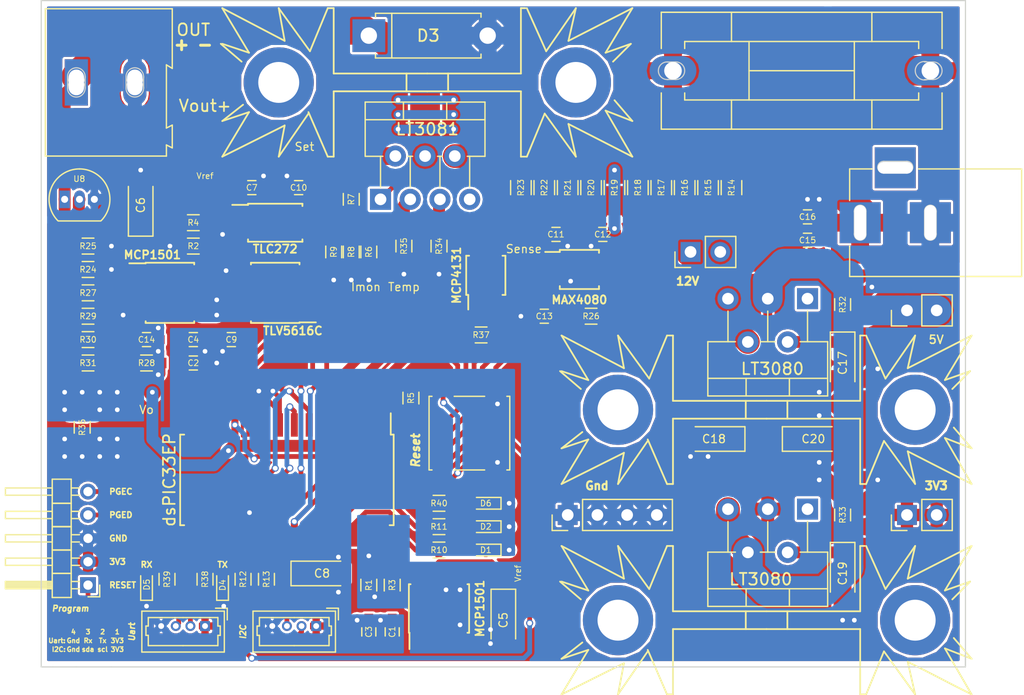
<source format=kicad_pcb>
(kicad_pcb (version 4) (host pcbnew 4.0.7-e2-6376~58~ubuntu16.04.1)
  (layers (0 F.Cu signal) (31 B.Cu signal) (34 B.Paste user) (35 F.Paste user) (36 B.SilkS user) (37 F.SilkS user) (38 B.Mask user) (39 F.Mask user) (44 Edge.Cuts user))
  (net 0 "")
  (net 1 +3V3)
  (net 2 GND)
  (net 3 "Net-(C5-Pad1)")
  (net 4 GNDA)
  (net 5 "Net-(C6-Pad1)")
  (net 6 +12V)
  (net 7 "Net-(C8-Pad1)")
  (net 8 /SET)
  (net 9 /3081_IN)
  (net 10 /VSENSE)
  (net 11 /VO_SENSE)
  (net 12 "Net-(C17-Pad1)")
  (net 13 +5V)
  (net 14 "Net-(C19-Pad1)")
  (net 15 /Power/Pin)
  (net 16 "Net-(CON1-Pad3)")
  (net 17 "Net-(D1-Pad2)")
  (net 18 "Net-(D2-Pad2)")
  (net 19 /VO+)
  (net 20 "Net-(D4-Pad2)")
  (net 21 "Net-(D5-Pad2)")
  (net 22 "Net-(D6-Pad2)")
  (net 23 /RESET)
  (net 24 /PGM_PGED)
  (net 25 /PGM_PGEC)
  (net 26 /SER_TX)
  (net 27 /SER_RX)
  (net 28 /I2C_SCL)
  (net 29 /I2C_SDA)
  (net 30 "Net-(R1-Pad1)")
  (net 31 "Net-(R2-Pad1)")
  (net 32 "Net-(R6-Pad2)")
  (net 33 "Net-(R10-Pad1)")
  (net 34 "Net-(R11-Pad1)")
  (net 35 "Net-(R24-Pad1)")
  (net 36 "Net-(R26-Pad2)")
  (net 37 /TEMP)
  (net 38 /IMON)
  (net 39 /SPI_SDI)
  (net 40 /SPI_SDO)
  (net 41 "Net-(R40-Pad1)")
  (net 42 "Net-(U1-Pad1)")
  (net 43 "Net-(U1-Pad2)")
  (net 44 "Net-(U1-Pad3)")
  (net 45 /DAC_OUT)
  (net 46 "Net-(U2-Pad2)")
  (net 47 "Net-(U3-Pad2)")
  (net 48 /SPI_SCK)
  (net 49 /SPI_CS_DAC)
  (net 50 /SPI_FS)
  (net 51 "Net-(U5-Pad9)")
  (net 52 "Net-(U5-Pad10)")
  (net 53 /SPI_CS_MCP)
  (net 54 "Net-(U6-Pad1)")
  (net 55 "Net-(U6-Pad7)")
  (net 56 "Net-(U7-Pad5)")
  (net 57 "Net-(U9-Pad3)")
  (net 58 "Net-(U9-Pad6)")
  (net 59 "Net-(U9-Pad7)")
  (net 60 "Net-(U10-Pad1)")
  (net 61 "Net-(U11-Pad1)")
  (module Capacitors_Tantalum_SMD:CP_Tantalum_Case-A_EIA-3216-18_Reflow (layer F.Cu) (at 95.5 62.5 90)
    (fp_text reference C6 hide)
    (fp_text value "2.2µ **" hide)
    (fp_text user %R (at 0 0 90) (layer F.SilkS) (effects (font (size 0.7 0.7) (thickness 0.105))))
    (pad 1 smd rect (at -1.375 0 90) (size 1.95 1.5) (layers F.Cu F.Paste F.Mask) (net 5 "Net-(C6-Pad1)"))
    (pad 2 smd rect (at 1.375 0 90) (size 1.95 1.5) (layers F.Cu F.Paste F.Mask) (net 4 GNDA))
  )
  (module Housings_SOIC:SOIC-28W_7.5x17.9mm_Pitch1.27mm (layer F.Cu) (at 108 86 270)
    (fp_text reference U5 hide)
    (fp_text value dsPIC33EP (at 0 10.05 270) (layer F.SilkS))
    (pad 1 smd rect (at -4.7 -8.255 270) (size 2 0.6) (layers F.Cu F.Paste F.Mask) (net 23 /RESET))
    (pad 2 smd rect (at -4.7 -6.985 270) (size 2 0.6) (layers F.Cu F.Paste F.Mask) (net 11 /VO_SENSE))
    (pad 3 smd rect (at -4.7 -5.715 270) (size 2 0.6) (layers F.Cu F.Paste F.Mask) (net 10 /VSENSE))
    (pad 4 smd rect (at -4.7 -4.445 270) (size 2 0.6) (layers F.Cu F.Paste F.Mask) (net 37 /TEMP))
    (pad 5 smd rect (at -4.7 -3.175 270) (size 2 0.6) (layers F.Cu F.Paste F.Mask) (net 38 /IMON))
    (pad 6 smd rect (at -4.7 -1.905 270) (size 2 0.6) (layers F.Cu F.Paste F.Mask) (net 25 /PGM_PGEC))
    (pad 7 smd rect (at -4.7 -0.635 270) (size 2 0.6) (layers F.Cu F.Paste F.Mask) (net 24 /PGM_PGED))
    (pad 8 smd rect (at -4.7 0.635 270) (size 2 0.6) (layers F.Cu F.Paste F.Mask) (net 2 GND))
    (pad 9 smd rect (at -4.7 1.905 270) (size 2 0.6) (layers F.Cu F.Paste F.Mask) (net 51 "Net-(U5-Pad9)"))
    (pad 10 smd rect (at -4.7 3.175 270) (size 2 0.6) (layers F.Cu F.Paste F.Mask) (net 52 "Net-(U5-Pad10)"))
    (pad 11 smd rect (at -4.7 4.445 270) (size 2 0.6) (layers F.Cu F.Paste F.Mask) (net 53 /SPI_CS_MCP))
    (pad 12 smd rect (at -4.7 5.715 270) (size 2 0.6) (layers F.Cu F.Paste F.Mask) (net 49 /SPI_CS_DAC))
    (pad 13 smd rect (at -4.7 6.985 270) (size 2 0.6) (layers F.Cu F.Paste F.Mask) (net 1 +3V3))
    (pad 14 smd rect (at -4.7 8.255 270) (size 2 0.6) (layers F.Cu F.Paste F.Mask) (net 50 /SPI_FS))
    (pad 15 smd rect (at 4.7 8.255 270) (size 2 0.6) (layers F.Cu F.Paste F.Mask) (net 27 /SER_RX))
    (pad 16 smd rect (at 4.7 6.985 270) (size 2 0.6) (layers F.Cu F.Paste F.Mask) (net 26 /SER_TX))
    (pad 17 smd rect (at 4.7 5.715 270) (size 2 0.6) (layers F.Cu F.Paste F.Mask) (net 28 /I2C_SCL))
    (pad 18 smd rect (at 4.7 4.445 270) (size 2 0.6) (layers F.Cu F.Paste F.Mask) (net 29 /I2C_SDA))
    (pad 19 smd rect (at 4.7 3.175 270) (size 2 0.6) (layers F.Cu F.Paste F.Mask) (net 2 GND))
    (pad 20 smd rect (at 4.7 1.905 270) (size 2 0.6) (layers F.Cu F.Paste F.Mask) (net 7 "Net-(C8-Pad1)"))
    (pad 21 smd rect (at 4.7 0.635 270) (size 2 0.6) (layers F.Cu F.Paste F.Mask) (net 40 /SPI_SDO))
    (pad 22 smd rect (at 4.7 -0.635 270) (size 2 0.6) (layers F.Cu F.Paste F.Mask) (net 48 /SPI_SCK))
    (pad 23 smd rect (at 4.7 -1.905 270) (size 2 0.6) (layers F.Cu F.Paste F.Mask) (net 39 /SPI_SDI))
    (pad 24 smd rect (at 4.7 -3.175 270) (size 2 0.6) (layers F.Cu F.Paste F.Mask) (net 41 "Net-(R40-Pad1)"))
    (pad 25 smd rect (at 4.7 -4.445 270) (size 2 0.6) (layers F.Cu F.Paste F.Mask) (net 34 "Net-(R11-Pad1)"))
    (pad 26 smd rect (at 4.7 -5.715 270) (size 2 0.6) (layers F.Cu F.Paste F.Mask) (net 33 "Net-(R10-Pad1)"))
    (pad 27 smd rect (at 4.7 -6.985 270) (size 2 0.6) (layers F.Cu F.Paste F.Mask) (net 4 GNDA))
    (pad 28 smd rect (at 4.7 -8.255 270) (size 2 0.6) (layers F.Cu F.Paste F.Mask) (net 30 "Net-(R1-Pad1)"))
  )
  (module Capacitors_SMD:C_0603_HandSoldering (layer F.Cu) (at 117 99 90)
    (fp_text reference C1 (at 0 0 90) (layer F.SilkS) (effects (font (size 0.5 0.5) (thickness 0.075))))
    (fp_text value 1µ hide)
    (pad 1 smd rect (at -0.95 0 90) (size 1.2 0.75) (layers F.Cu F.Paste F.Mask) (net 1 +3V3))
    (pad 2 smd rect (at 0.95 0 90) (size 1.2 0.75) (layers F.Cu F.Paste F.Mask) (net 2 GND))
  )
  (module Capacitors_SMD:C_0603_HandSoldering (layer F.Cu) (at 100 76)
    (fp_text reference C2 hide)
    (fp_text value 1µ hide)
    (fp_text user %R (at 0 0) (layer F.SilkS) (effects (font (size 0.5 0.5) (thickness 0.075))))
    (pad 1 smd rect (at -0.95 0) (size 1.2 0.75) (layers F.Cu F.Paste F.Mask) (net 1 +3V3))
    (pad 2 smd rect (at 0.95 0) (size 1.2 0.75) (layers F.Cu F.Paste F.Mask) (net 2 GND))
  )
  (module Capacitors_SMD:C_0603_HandSoldering (layer F.Cu) (at 115 99 90)
    (fp_text reference C3 (at 0 0 90) (layer F.SilkS) (effects (font (size 0.5 0.5) (thickness 0.075))))
    (fp_text value 10n hide)
    (pad 1 smd rect (at -0.95 0 90) (size 1.2 0.75) (layers F.Cu F.Paste F.Mask) (net 1 +3V3))
    (pad 2 smd rect (at 0.95 0 90) (size 1.2 0.75) (layers F.Cu F.Paste F.Mask) (net 2 GND))
  )
  (module Capacitors_SMD:C_0603_HandSoldering (layer F.Cu) (at 100 74)
    (fp_text reference C4 hide)
    (fp_text value 10n hide)
    (fp_text user %R (at 0 0) (layer F.SilkS) (effects (font (size 0.5 0.5) (thickness 0.075))))
    (pad 1 smd rect (at -0.95 0) (size 1.2 0.75) (layers F.Cu F.Paste F.Mask) (net 1 +3V3))
    (pad 2 smd rect (at 0.95 0) (size 1.2 0.75) (layers F.Cu F.Paste F.Mask) (net 2 GND))
  )
  (module Capacitors_Tantalum_SMD:CP_Tantalum_Case-A_EIA-3216-18_Reflow (layer F.Cu) (at 126.5 98 270)
    (fp_text reference C5 hide)
    (fp_text value "2.2µ **" hide)
    (fp_text user %R (at 0 0 270) (layer F.SilkS) (effects (font (size 0.7 0.7) (thickness 0.105))))
    (pad 1 smd rect (at -1.375 0 270) (size 1.95 1.5) (layers F.Cu F.Paste F.Mask) (net 3 "Net-(C5-Pad1)"))
    (pad 2 smd rect (at 1.375 0 270) (size 1.95 1.5) (layers F.Cu F.Paste F.Mask) (net 4 GNDA))
  )
  (module Capacitors_SMD:C_0603_HandSoldering (layer F.Cu) (at 105 61)
    (fp_text reference C7 hide)
    (fp_text value 100n hide)
    (fp_text user %R (at 0 0) (layer F.SilkS) (effects (font (size 0.5 0.5) (thickness 0.075))))
    (pad 1 smd rect (at -0.95 0) (size 1.2 0.75) (layers F.Cu F.Paste F.Mask) (net 6 +12V))
    (pad 2 smd rect (at 0.95 0) (size 1.2 0.75) (layers F.Cu F.Paste F.Mask) (net 4 GNDA))
  )
  (module Capacitors_Tantalum_SMD:CP_Tantalum_Case-A_EIA-3216-18_Reflow (layer F.Cu) (at 111 94)
    (fp_text reference C8 hide)
    (fp_text value "10µ **" hide)
    (fp_text user %R (at 0 0) (layer F.SilkS) (effects (font (size 0.7 0.7) (thickness 0.105))))
    (pad 1 smd rect (at -1.375 0) (size 1.95 1.5) (layers F.Cu F.Paste F.Mask) (net 7 "Net-(C8-Pad1)"))
    (pad 2 smd rect (at 1.375 0) (size 1.95 1.5) (layers F.Cu F.Paste F.Mask) (net 2 GND))
  )
  (module Capacitors_SMD:C_0603_HandSoldering (layer F.Cu) (at 103.25 74 180)
    (fp_text reference C9 hide)
    (fp_text value 100n hide)
    (fp_text user %R (at 0 0 180) (layer F.SilkS) (effects (font (size 0.5 0.5) (thickness 0.075))))
    (pad 1 smd rect (at -0.95 0 180) (size 1.2 0.75) (layers F.Cu F.Paste F.Mask) (net 1 +3V3))
    (pad 2 smd rect (at 0.95 0 180) (size 1.2 0.75) (layers F.Cu F.Paste F.Mask) (net 2 GND))
  )
  (module Capacitors_SMD:C_0603_HandSoldering (layer F.Cu) (at 109 61 180)
    (fp_text reference C10 hide)
    (fp_text value 1µ hide)
    (fp_text user %R (at 0 0 180) (layer F.SilkS) (effects (font (size 0.5 0.5) (thickness 0.075))))
    (pad 1 smd rect (at -0.95 0 180) (size 1.2 0.75) (layers F.Cu F.Paste F.Mask) (net 8 /SET))
    (pad 2 smd rect (at 0.95 0 180) (size 1.2 0.75) (layers F.Cu F.Paste F.Mask) (net 4 GNDA))
  )
  (module Capacitors_SMD:C_0603_HandSoldering (layer F.Cu) (at 131 65)
    (fp_text reference C11 hide)
    (fp_text value 1µ hide)
    (fp_text user %R (at 0 0) (layer F.SilkS) (effects (font (size 0.5 0.5) (thickness 0.075))))
    (pad 1 smd rect (at -0.95 0) (size 1.2 0.75) (layers F.Cu F.Paste F.Mask) (net 6 +12V))
    (pad 2 smd rect (at 0.95 0) (size 1.2 0.75) (layers F.Cu F.Paste F.Mask) (net 4 GNDA))
  )
  (module Capacitors_SMD:C_0603_HandSoldering (layer F.Cu) (at 135 65 180)
    (fp_text reference C12 hide)
    (fp_text value 1µ hide)
    (fp_text user %R (at 0 0 180) (layer F.SilkS) (effects (font (size 0.5 0.5) (thickness 0.075))))
    (pad 1 smd rect (at -0.95 0 180) (size 1.2 0.75) (layers F.Cu F.Paste F.Mask) (net 9 /3081_IN))
    (pad 2 smd rect (at 0.95 0 180) (size 1.2 0.75) (layers F.Cu F.Paste F.Mask) (net 4 GNDA))
  )
  (module Capacitors_SMD:C_0603_HandSoldering (layer F.Cu) (at 130 72 180)
    (fp_text reference C13 hide)
    (fp_text value 1µ hide)
    (fp_text user %R (at 0 0 180) (layer F.SilkS) (effects (font (size 0.5 0.5) (thickness 0.075))))
    (pad 1 smd rect (at -0.95 0 180) (size 1.2 0.75) (layers F.Cu F.Paste F.Mask) (net 10 /VSENSE))
    (pad 2 smd rect (at 0.95 0 180) (size 1.2 0.75) (layers F.Cu F.Paste F.Mask) (net 4 GNDA))
  )
  (module Capacitors_SMD:C_0603_HandSoldering (layer F.Cu) (at 96 74)
    (fp_text reference C14 hide)
    (fp_text value 1µ hide)
    (fp_text user %R (at 0 0) (layer F.SilkS) (effects (font (size 0.5 0.5) (thickness 0.075))))
    (pad 1 smd rect (at -0.95 0) (size 1.2 0.75) (layers F.Cu F.Paste F.Mask) (net 11 /VO_SENSE))
    (pad 2 smd rect (at 0.95 0) (size 1.2 0.75) (layers F.Cu F.Paste F.Mask) (net 4 GNDA))
  )
  (module Capacitors_SMD:C_0603_HandSoldering (layer F.Cu) (at 152.5 65.5)
    (fp_text reference C15 hide)
    (fp_text value 10µ hide)
    (fp_text user %R (at 0 0) (layer F.SilkS) (effects (font (size 0.5 0.5) (thickness 0.075))))
    (pad 1 smd rect (at -0.95 0) (size 1.2 0.75) (layers F.Cu F.Paste F.Mask) (net 6 +12V))
    (pad 2 smd rect (at 0.95 0) (size 1.2 0.75) (layers F.Cu F.Paste F.Mask) (net 4 GNDA))
  )
  (module Capacitors_SMD:C_0603_HandSoldering (layer F.Cu) (at 152.5 63.5)
    (fp_text reference C16 hide)
    (fp_text value 100n hide)
    (fp_text user %R (at 0 0) (layer F.SilkS) (effects (font (size 0.5 0.5) (thickness 0.075))))
    (pad 1 smd rect (at -0.95 0) (size 1.2 0.75) (layers F.Cu F.Paste F.Mask) (net 6 +12V))
    (pad 2 smd rect (at 0.95 0) (size 1.2 0.75) (layers F.Cu F.Paste F.Mask) (net 4 GNDA))
  )
  (module Capacitors_Tantalum_SMD:CP_Tantalum_Case-A_EIA-3216-18_Reflow (layer F.Cu) (at 155.5 76 270)
    (fp_text reference C17 hide)
    (fp_text value 1µ** hide)
    (fp_text user %R (at 0 0 270) (layer F.SilkS) (effects (font (size 0.7 0.7) (thickness 0.105))))
    (pad 1 smd rect (at -1.375 0 270) (size 1.95 1.5) (layers F.Cu F.Paste F.Mask) (net 12 "Net-(C17-Pad1)"))
    (pad 2 smd rect (at 1.375 0 270) (size 1.95 1.5) (layers F.Cu F.Paste F.Mask) (net 4 GNDA))
  )
  (module Capacitors_Tantalum_SMD:CP_Tantalum_Case-A_EIA-3216-18_Reflow (layer F.Cu) (at 144.5 82.5 180)
    (fp_text reference C18 hide)
    (fp_text value "2.2µ **" hide)
    (fp_text user %R (at 0 0 180) (layer F.SilkS) (effects (font (size 0.7 0.7) (thickness 0.105))))
    (pad 1 smd rect (at -1.375 0 180) (size 1.95 1.5) (layers F.Cu F.Paste F.Mask) (net 13 +5V))
    (pad 2 smd rect (at 1.375 0 180) (size 1.95 1.5) (layers F.Cu F.Paste F.Mask) (net 4 GNDA))
  )
  (module Capacitors_Tantalum_SMD:CP_Tantalum_Case-A_EIA-3216-18_Reflow (layer F.Cu) (at 155.5 94 270)
    (fp_text reference C19 hide)
    (fp_text value 1µ** hide)
    (fp_text user %R (at 0 0 270) (layer F.SilkS) (effects (font (size 0.7 0.7) (thickness 0.105))))
    (pad 1 smd rect (at -1.375 0 270) (size 1.95 1.5) (layers F.Cu F.Paste F.Mask) (net 14 "Net-(C19-Pad1)"))
    (pad 2 smd rect (at 1.375 0 270) (size 1.95 1.5) (layers F.Cu F.Paste F.Mask) (net 4 GNDA))
  )
  (module Capacitors_Tantalum_SMD:CP_Tantalum_Case-A_EIA-3216-18_Reflow (layer F.Cu) (at 153 82.5)
    (fp_text reference C20 hide)
    (fp_text value "2.2µ **" hide)
    (fp_text user %R (at 0 0) (layer F.SilkS) (effects (font (size 0.7 0.7) (thickness 0.105))))
    (pad 1 smd rect (at -1.375 0) (size 1.95 1.5) (layers F.Cu F.Paste F.Mask) (net 1 +3V3))
    (pad 2 smd rect (at 1.375 0) (size 1.95 1.5) (layers F.Cu F.Paste F.Mask) (net 4 GNDA))
  )
  (module Connectors:BARREL_JACK (layer F.Cu) (at 157 64 180)
    (fp_text reference CON1 hide)
    (fp_text value BARREL_JACK hide)
    (pad 1 thru_hole rect (at 0 0 180) (size 3.5 3.5) (drill oval 1 3) (layers *.Cu *.Mask) (net 15 /Power/Pin))
    (pad 2 thru_hole rect (at -6 0 180) (size 3.5 3.5) (drill oval 1 3) (layers *.Cu *.Mask) (net 4 GNDA))
    (pad 3 thru_hole rect (at -3 4.7 180) (size 3.5 3.5) (drill oval 3 1) (layers *.Cu *.Mask) (net 16 "Net-(CON1-Pad3)"))
  )
  (module LEDs:LED_0603 (layer F.Cu) (at 125 92 180)
    (fp_text reference D1 (at 0 0 180) (layer F.SilkS) (effects (font (size 0.5 0.5) (thickness 0.075))))
    (fp_text value LED hide)
    (pad 2 smd rect (at 0.8 0) (size 0.8 0.8) (layers F.Cu F.Paste F.Mask) (net 17 "Net-(D1-Pad2)"))
    (pad 1 smd rect (at -0.8 0) (size 0.8 0.8) (layers F.Cu F.Paste F.Mask) (net 2 GND))
  )
  (module LEDs:LED_0603 (layer F.Cu) (at 125 90 180)
    (fp_text reference D2 (at 0 0 180) (layer F.SilkS) (effects (font (size 0.5 0.5) (thickness 0.075))))
    (fp_text value LED hide)
    (pad 2 smd rect (at 0.8 0) (size 0.8 0.8) (layers F.Cu F.Paste F.Mask) (net 18 "Net-(D2-Pad2)"))
    (pad 1 smd rect (at -0.8 0) (size 0.8 0.8) (layers F.Cu F.Paste F.Mask) (net 2 GND))
  )
  (module Diodes_THT:D_5W_P10.16mm_Horizontal (layer F.Cu) (at 115 48)
    (fp_text reference D3 hide)
    (fp_text value D_Zener hide)
    (fp_text user %R (at 5.08 0) (layer F.SilkS))
    (pad 1 thru_hole rect (at 0 0) (size 2.8 2.8) (drill 1.4) (layers *.Cu *.Mask) (net 19 /VO+))
    (pad 2 thru_hole oval (at 10.16 0) (size 2.8 2.8) (drill 1.4) (layers *.Cu *.Mask) (net 4 GNDA))
  )
  (module LEDs:LED_0603 (layer F.Cu) (at 102.5 95 90)
    (fp_text reference D4 (at 0 0 90) (layer F.SilkS) (effects (font (size 0.5 0.5) (thickness 0.075))))
    (fp_text value LED hide)
    (pad 2 smd rect (at 0.8 0 270) (size 0.8 0.8) (layers F.Cu F.Paste F.Mask) (net 20 "Net-(D4-Pad2)"))
    (pad 1 smd rect (at -0.8 0 270) (size 0.8 0.8) (layers F.Cu F.Paste F.Mask) (net 2 GND))
  )
  (module LEDs:LED_0603 (layer F.Cu) (at 96 95 90)
    (fp_text reference D5 (at 0.04 0.02 90) (layer F.SilkS) (effects (font (size 0.5 0.5) (thickness 0.075))))
    (fp_text value LED hide)
    (pad 2 smd rect (at 0.8 0 270) (size 0.8 0.8) (layers F.Cu F.Paste F.Mask) (net 21 "Net-(D5-Pad2)"))
    (pad 1 smd rect (at -0.8 0 270) (size 0.8 0.8) (layers F.Cu F.Paste F.Mask) (net 2 GND))
  )
  (module LEDs:LED_0603 (layer F.Cu) (at 125 88 180)
    (fp_text reference D6 (at 0 0 180) (layer F.SilkS) (effects (font (size 0.5 0.5) (thickness 0.075))))
    (fp_text value LED hide)
    (pad 2 smd rect (at 0.8 0) (size 0.8 0.8) (layers F.Cu F.Paste F.Mask) (net 22 "Net-(D6-Pad2)"))
    (pad 1 smd rect (at -0.8 0) (size 0.8 0.8) (layers F.Cu F.Paste F.Mask) (net 2 GND))
  )
  (module Fuse_Holders_and_Fuses:Fuseholder5x20_horiz_SemiClosed_Casing10x25mm (layer F.Cu) (at 141 51)
    (fp_text reference F1 hide)
    (fp_text value Fuse hide)
    (pad 2 thru_hole oval (at 22 0 270) (size 2.5 4) (drill 1.5) (layers *.Cu *.Mask) (net 15 /Power/Pin))
    (pad 1 thru_hole oval (at 0 0 270) (size 2.5 4) (drill 1.5) (layers *.Cu *.Mask) (net 6 +12V))
  )
  (module Heatsinks:Heatsink_Fischer_SK104-STCB_35x13mm__2xDrill3.5mm_ScrewM3 (layer F.Cu) (at 120 52)
    (fp_text reference HS1 hide)
    (fp_text value HEATSINK hide)
    (pad 1 thru_hole circle (at 12.7 0) (size 5.99948 5.99948) (drill 3.50012) (layers *.Cu *.Mask))
    (pad 1 thru_hole circle (at -12.7 0) (size 5.99948 5.99948) (drill 3.50012) (layers *.Cu *.Mask))
  )
  (module Heatsinks:Heatsink_Fischer_SK104-STCB_35x13mm__2xDrill3.5mm_ScrewM3 (layer F.Cu) (at 149 80)
    (fp_text reference HS2 hide)
    (fp_text value HEATSINK hide)
    (pad 1 thru_hole circle (at 12.7 0) (size 5.99948 5.99948) (drill 3.50012) (layers *.Cu *.Mask))
    (pad 1 thru_hole circle (at -12.7 0) (size 5.99948 5.99948) (drill 3.50012) (layers *.Cu *.Mask))
  )
  (module Heatsinks:Heatsink_Fischer_SK104-STCB_35x13mm__2xDrill3.5mm_ScrewM3 (layer F.Cu) (at 149 98)
    (fp_text reference HS3 hide)
    (fp_text value HEATSINK hide)
    (pad 1 thru_hole circle (at 12.7 0) (size 5.99948 5.99948) (drill 3.50012) (layers *.Cu *.Mask))
    (pad 1 thru_hole circle (at -12.7 0) (size 5.99948 5.99948) (drill 3.50012) (layers *.Cu *.Mask))
  )
  (module Pin_Headers:Pin_Header_Straight_1x02_Pitch2.54mm (layer F.Cu) (at 142.5 66.5 90)
    (fp_text reference P1 hide)
    (fp_text value 12V hide)
    (pad 1 thru_hole rect (at 0 0 90) (size 1.7 1.7) (drill 1) (layers *.Cu *.Mask) (net 6 +12V))
    (pad 2 thru_hole oval (at 0 2.54 90) (size 1.7 1.7) (drill 1) (layers *.Cu *.Mask) (net 6 +12V))
  )
  (module Pin_Headers:Pin_Header_Straight_1x02_Pitch2.54mm (layer F.Cu) (at 161 71.5 90)
    (fp_text reference P2 hide)
    (fp_text value 5V hide)
    (pad 1 thru_hole rect (at 0 0 90) (size 1.7 1.7) (drill 1) (layers *.Cu *.Mask) (net 13 +5V))
    (pad 2 thru_hole oval (at 0 2.54 90) (size 1.7 1.7) (drill 1) (layers *.Cu *.Mask) (net 13 +5V))
  )
  (module Pin_Headers:Pin_Header_Straight_1x02_Pitch2.54mm (layer F.Cu) (at 161 89 90)
    (fp_text reference P3 hide)
    (fp_text value 3V3 hide)
    (pad 1 thru_hole rect (at 0 0 90) (size 1.7 1.7) (drill 1) (layers *.Cu *.Mask) (net 1 +3V3))
    (pad 2 thru_hole oval (at 0 2.54 90) (size 1.7 1.7) (drill 1) (layers *.Cu *.Mask) (net 1 +3V3))
  )
  (module Pin_Headers:Pin_Header_Straight_1x04_Pitch2.54mm (layer F.Cu) (at 132 89 90)
    (fp_text reference P4 hide)
    (fp_text value GND hide)
    (pad 1 thru_hole rect (at 0 0 90) (size 1.7 1.7) (drill 1) (layers *.Cu *.Mask) (net 4 GNDA))
    (pad 2 thru_hole oval (at 0 2.54 90) (size 1.7 1.7) (drill 1) (layers *.Cu *.Mask) (net 4 GNDA))
    (pad 3 thru_hole oval (at 0 5.08 90) (size 1.7 1.7) (drill 1) (layers *.Cu *.Mask) (net 4 GNDA))
    (pad 4 thru_hole oval (at 0 7.62 90) (size 1.7 1.7) (drill 1) (layers *.Cu *.Mask) (net 4 GNDA))
  )
  (module Pin_Headers:Pin_Header_Angled_1x05_Pitch2.00mm (layer F.Cu) (at 91 95 180)
    (fp_text reference P5 hide)
    (fp_text value PGM hide)
    (pad 1 thru_hole rect (at 0 0 180) (size 1.35 1.35) (drill 0.8) (layers *.Cu *.Mask) (net 23 /RESET))
    (pad 2 thru_hole oval (at 0 2 180) (size 1.35 1.35) (drill 0.8) (layers *.Cu *.Mask) (net 1 +3V3))
    (pad 3 thru_hole oval (at 0 4 180) (size 1.35 1.35) (drill 0.8) (layers *.Cu *.Mask) (net 2 GND))
    (pad 4 thru_hole oval (at 0 6 180) (size 1.35 1.35) (drill 0.8) (layers *.Cu *.Mask) (net 24 /PGM_PGED))
    (pad 5 thru_hole oval (at 0 8 180) (size 1.35 1.35) (drill 0.8) (layers *.Cu *.Mask) (net 25 /PGM_PGEC))
  )
  (module Connectors_Molex:Molex_PicoBlade_53047-0410_04x1.25mm_Straight (layer F.Cu) (at 101 98.5 180)
    (fp_text reference P6 hide)
    (fp_text value SERIAL hide)
    (pad 1 thru_hole rect (at 0 0 180) (size 0.85 0.85) (drill 0.5) (layers *.Cu *.Mask) (net 1 +3V3))
    (pad 2 thru_hole circle (at 1.25 0 180) (size 0.85 0.85) (drill 0.5) (layers *.Cu *.Mask) (net 26 /SER_TX))
    (pad 3 thru_hole circle (at 2.5 0 180) (size 0.85 0.85) (drill 0.5) (layers *.Cu *.Mask) (net 27 /SER_RX))
    (pad 4 thru_hole circle (at 3.75 0 180) (size 0.85 0.85) (drill 0.5) (layers *.Cu *.Mask) (net 2 GND))
  )
  (module Connectors_Molex:Molex_PicoBlade_53047-0410_04x1.25mm_Straight (layer F.Cu) (at 110.5 98.5 180)
    (fp_text reference P7 hide)
    (fp_text value I2C hide)
    (pad 1 thru_hole rect (at 0 0 180) (size 0.85 0.85) (drill 0.5) (layers *.Cu *.Mask) (net 1 +3V3))
    (pad 2 thru_hole circle (at 1.25 0 180) (size 0.85 0.85) (drill 0.5) (layers *.Cu *.Mask) (net 28 /I2C_SCL))
    (pad 3 thru_hole circle (at 2.5 0 180) (size 0.85 0.85) (drill 0.5) (layers *.Cu *.Mask) (net 29 /I2C_SDA))
    (pad 4 thru_hole circle (at 3.75 0 180) (size 0.85 0.85) (drill 0.5) (layers *.Cu *.Mask) (net 2 GND))
  )
  (module Connectors:AK300-2 (layer F.Cu) (at 90 52)
    (fp_text reference P8 hide)
    (fp_text value OUT (at 10 -4.5) (layer F.SilkS))
    (pad 1 thru_hole rect (at 0 0) (size 1.98 3.96) (drill oval 1.32 2.2) (layers *.Cu *.Mask F.Paste) (net 19 /VO+))
    (pad 2 thru_hole oval (at 5 0) (size 1.98 3.96) (drill oval 1.32 2.2) (layers *.Cu *.Mask F.Paste) (net 4 GNDA))
  )
  (module Resistors_SMD:R_0603_HandSoldering (layer F.Cu) (at 115 95 270)
    (fp_text reference R1 (at 0 0 270) (layer F.SilkS) (effects (font (size 0.5 0.5) (thickness 0.075))))
    (fp_text value 1k hide)
    (pad 1 smd rect (at -1.1 0 270) (size 1.2 0.9) (layers F.Cu F.Paste F.Mask) (net 30 "Net-(R1-Pad1)"))
    (pad 2 smd rect (at 1.1 0 270) (size 1.2 0.9) (layers F.Cu F.Paste F.Mask) (net 4 GNDA))
  )
  (module Resistors_SMD:R_0603_HandSoldering (layer F.Cu) (at 100 66 180)
    (fp_text reference R2 hide)
    (fp_text value 1k hide)
    (fp_text user %R (at 0 0 180) (layer F.SilkS) (effects (font (size 0.5 0.5) (thickness 0.075))))
    (pad 1 smd rect (at -1.1 0 180) (size 1.2 0.9) (layers F.Cu F.Paste F.Mask) (net 31 "Net-(R2-Pad1)"))
    (pad 2 smd rect (at 1.1 0 180) (size 1.2 0.9) (layers F.Cu F.Paste F.Mask) (net 4 GNDA))
  )
  (module Resistors_SMD:R_0603_HandSoldering (layer F.Cu) (at 117 95 270)
    (fp_text reference R3 (at 0 0 270) (layer F.SilkS) (effects (font (size 0.5 0.5) (thickness 0.075))))
    (fp_text value 50 hide)
    (pad 1 smd rect (at -1.1 0 270) (size 1.2 0.9) (layers F.Cu F.Paste F.Mask) (net 30 "Net-(R1-Pad1)"))
    (pad 2 smd rect (at 1.1 0 270) (size 1.2 0.9) (layers F.Cu F.Paste F.Mask) (net 3 "Net-(C5-Pad1)"))
  )
  (module Resistors_SMD:R_0603_HandSoldering (layer F.Cu) (at 100 64 180)
    (fp_text reference R4 hide)
    (fp_text value 50 hide)
    (fp_text user %R (at 0 0 180) (layer F.SilkS) (effects (font (size 0.5 0.5) (thickness 0.075))))
    (pad 1 smd rect (at -1.1 0 180) (size 1.2 0.9) (layers F.Cu F.Paste F.Mask) (net 31 "Net-(R2-Pad1)"))
    (pad 2 smd rect (at 1.1 0 180) (size 1.2 0.9) (layers F.Cu F.Paste F.Mask) (net 5 "Net-(C6-Pad1)"))
  )
  (module Resistors_SMD:R_0603_HandSoldering (layer F.Cu) (at 118.6 79 90)
    (fp_text reference R5 hide)
    (fp_text value 10k hide)
    (fp_text user %R (at 0 0 90) (layer F.SilkS) (effects (font (size 0.5 0.5) (thickness 0.075))))
    (pad 1 smd rect (at -1.1 0 90) (size 1.2 0.9) (layers F.Cu F.Paste F.Mask) (net 23 /RESET))
    (pad 2 smd rect (at 1.1 0 90) (size 1.2 0.9) (layers F.Cu F.Paste F.Mask) (net 1 +3V3))
  )
  (module Resistors_SMD:R_0603_HandSoldering (layer F.Cu) (at 115 66.5 90)
    (fp_text reference R6 hide)
    (fp_text value 10k** hide)
    (fp_text user %R (at 0 0 90) (layer F.SilkS) (effects (font (size 0.5 0.5) (thickness 0.075))))
    (pad 1 smd rect (at -1.1 0 90) (size 1.2 0.9) (layers F.Cu F.Paste F.Mask) (net 4 GNDA))
    (pad 2 smd rect (at 1.1 0 90) (size 1.2 0.9) (layers F.Cu F.Paste F.Mask) (net 32 "Net-(R6-Pad2)"))
  )
  (module Resistors_SMD:R_0603_HandSoldering (layer F.Cu) (at 113.5 62 90)
    (fp_text reference R7 hide)
    (fp_text value 10k** hide)
    (fp_text user %R (at 0 0 90) (layer F.SilkS) (effects (font (size 0.5 0.5) (thickness 0.075))))
    (pad 1 smd rect (at -1.1 0 90) (size 1.2 0.9) (layers F.Cu F.Paste F.Mask) (net 32 "Net-(R6-Pad2)"))
    (pad 2 smd rect (at 1.1 0 90) (size 1.2 0.9) (layers F.Cu F.Paste F.Mask) (net 8 /SET))
  )
  (module Resistors_SMD:R_0603_HandSoldering (layer F.Cu) (at 113.5 66.5 90)
    (fp_text reference R8 hide)
    (fp_text value 10k** hide)
    (fp_text user %R (at 0 0 90) (layer F.SilkS) (effects (font (size 0.5 0.5) (thickness 0.075))))
    (pad 1 smd rect (at -1.1 0 90) (size 1.2 0.9) (layers F.Cu F.Paste F.Mask) (net 4 GNDA))
    (pad 2 smd rect (at 1.1 0 90) (size 1.2 0.9) (layers F.Cu F.Paste F.Mask) (net 32 "Net-(R6-Pad2)"))
  )
  (module Resistors_SMD:R_0603_HandSoldering (layer F.Cu) (at 112 66.5 90)
    (fp_text reference R9 hide)
    (fp_text value 10k** hide)
    (fp_text user %R (at 0 0 90) (layer F.SilkS) (effects (font (size 0.5 0.5) (thickness 0.075))))
    (pad 1 smd rect (at -1.1 0 90) (size 1.2 0.9) (layers F.Cu F.Paste F.Mask) (net 4 GNDA))
    (pad 2 smd rect (at 1.1 0 90) (size 1.2 0.9) (layers F.Cu F.Paste F.Mask) (net 32 "Net-(R6-Pad2)"))
  )
  (module Resistors_SMD:R_0603_HandSoldering (layer F.Cu) (at 121 92)
    (fp_text reference R10 (at 0 0) (layer F.SilkS) (effects (font (size 0.5 0.5) (thickness 0.075))))
    (fp_text value 100 hide)
    (pad 1 smd rect (at -1.1 0) (size 1.2 0.9) (layers F.Cu F.Paste F.Mask) (net 33 "Net-(R10-Pad1)"))
    (pad 2 smd rect (at 1.1 0) (size 1.2 0.9) (layers F.Cu F.Paste F.Mask) (net 17 "Net-(D1-Pad2)"))
  )
  (module Resistors_SMD:R_0603_HandSoldering (layer F.Cu) (at 121 90)
    (fp_text reference R11 (at 0 0) (layer F.SilkS) (effects (font (size 0.5 0.5) (thickness 0.075))))
    (fp_text value 100 hide)
    (pad 1 smd rect (at -1.1 0) (size 1.2 0.9) (layers F.Cu F.Paste F.Mask) (net 34 "Net-(R11-Pad1)"))
    (pad 2 smd rect (at 1.1 0) (size 1.2 0.9) (layers F.Cu F.Paste F.Mask) (net 18 "Net-(D2-Pad2)"))
  )
  (module Resistors_SMD:R_0603_HandSoldering (layer F.Cu) (at 104.25 94.5 90)
    (fp_text reference R12 (at 0 0 90) (layer F.SilkS) (effects (font (size 0.5 0.5) (thickness 0.075))))
    (fp_text value 2k2 hide)
    (pad 1 smd rect (at -1.1 0 90) (size 1.2 0.9) (layers F.Cu F.Paste F.Mask) (net 1 +3V3))
    (pad 2 smd rect (at 1.1 0 90) (size 1.2 0.9) (layers F.Cu F.Paste F.Mask) (net 28 /I2C_SCL))
  )
  (module Resistors_SMD:R_0603_HandSoldering (layer F.Cu) (at 106.25 94.5 90)
    (fp_text reference R13 (at 0 0 90) (layer F.SilkS) (effects (font (size 0.5 0.5) (thickness 0.075))))
    (fp_text value 2k2 hide)
    (pad 1 smd rect (at -1.1 0 90) (size 1.2 0.9) (layers F.Cu F.Paste F.Mask) (net 1 +3V3))
    (pad 2 smd rect (at 1.1 0 90) (size 1.2 0.9) (layers F.Cu F.Paste F.Mask) (net 29 /I2C_SDA))
  )
  (module Resistors_SMD:R_0805_HandSoldering (layer F.Cu) (at 146 61 270)
    (fp_text reference R14 hide)
    (fp_text value 10** hide)
    (fp_text user %R (at 0 0 270) (layer F.SilkS) (effects (font (size 0.5 0.5) (thickness 0.075))))
    (pad 1 smd rect (at -1.35 0 270) (size 1.5 1.3) (layers F.Cu F.Paste F.Mask) (net 9 /3081_IN))
    (pad 2 smd rect (at 1.35 0 270) (size 1.5 1.3) (layers F.Cu F.Paste F.Mask) (net 6 +12V))
  )
  (module Resistors_SMD:R_0805_HandSoldering (layer F.Cu) (at 144 61 270)
    (fp_text reference R15 hide)
    (fp_text value 10** hide)
    (fp_text user %R (at 0 0 270) (layer F.SilkS) (effects (font (size 0.5 0.5) (thickness 0.075))))
    (pad 1 smd rect (at -1.35 0 270) (size 1.5 1.3) (layers F.Cu F.Paste F.Mask) (net 9 /3081_IN))
    (pad 2 smd rect (at 1.35 0 270) (size 1.5 1.3) (layers F.Cu F.Paste F.Mask) (net 6 +12V))
  )
  (module Resistors_SMD:R_0805_HandSoldering (layer F.Cu) (at 142 61 270)
    (fp_text reference R16 hide)
    (fp_text value 10** hide)
    (fp_text user %R (at 0 0 270) (layer F.SilkS) (effects (font (size 0.5 0.5) (thickness 0.075))))
    (pad 1 smd rect (at -1.35 0 270) (size 1.5 1.3) (layers F.Cu F.Paste F.Mask) (net 9 /3081_IN))
    (pad 2 smd rect (at 1.35 0 270) (size 1.5 1.3) (layers F.Cu F.Paste F.Mask) (net 6 +12V))
  )
  (module Resistors_SMD:R_0805_HandSoldering (layer F.Cu) (at 140 61 270)
    (fp_text reference R17 hide)
    (fp_text value 10** hide)
    (fp_text user %R (at 0 0 270) (layer F.SilkS) (effects (font (size 0.5 0.5) (thickness 0.075))))
    (pad 1 smd rect (at -1.35 0 270) (size 1.5 1.3) (layers F.Cu F.Paste F.Mask) (net 9 /3081_IN))
    (pad 2 smd rect (at 1.35 0 270) (size 1.5 1.3) (layers F.Cu F.Paste F.Mask) (net 6 +12V))
  )
  (module Resistors_SMD:R_0805_HandSoldering (layer F.Cu) (at 138 61 270)
    (fp_text reference R18 hide)
    (fp_text value 10** hide)
    (fp_text user %R (at 0 0 270) (layer F.SilkS) (effects (font (size 0.5 0.5) (thickness 0.075))))
    (pad 1 smd rect (at -1.35 0 270) (size 1.5 1.3) (layers F.Cu F.Paste F.Mask) (net 9 /3081_IN))
    (pad 2 smd rect (at 1.35 0 270) (size 1.5 1.3) (layers F.Cu F.Paste F.Mask) (net 6 +12V))
  )
  (module Resistors_SMD:R_0805_HandSoldering (layer F.Cu) (at 136 61 270)
    (fp_text reference R19 hide)
    (fp_text value 10** hide)
    (fp_text user %R (at 0 0 270) (layer F.SilkS) (effects (font (size 0.5 0.5) (thickness 0.075))))
    (pad 1 smd rect (at -1.35 0 270) (size 1.5 1.3) (layers F.Cu F.Paste F.Mask) (net 9 /3081_IN))
    (pad 2 smd rect (at 1.35 0 270) (size 1.5 1.3) (layers F.Cu F.Paste F.Mask) (net 6 +12V))
  )
  (module Resistors_SMD:R_0805_HandSoldering (layer F.Cu) (at 134 61 270)
    (fp_text reference R20 hide)
    (fp_text value 10** hide)
    (fp_text user %R (at 0 0 270) (layer F.SilkS) (effects (font (size 0.5 0.5) (thickness 0.075))))
    (pad 1 smd rect (at -1.35 0 270) (size 1.5 1.3) (layers F.Cu F.Paste F.Mask) (net 9 /3081_IN))
    (pad 2 smd rect (at 1.35 0 270) (size 1.5 1.3) (layers F.Cu F.Paste F.Mask) (net 6 +12V))
  )
  (module Resistors_SMD:R_0805_HandSoldering (layer F.Cu) (at 132 61 270)
    (fp_text reference R21 hide)
    (fp_text value 10** hide)
    (fp_text user %R (at 0 0 270) (layer F.SilkS) (effects (font (size 0.5 0.5) (thickness 0.075))))
    (pad 1 smd rect (at -1.35 0 270) (size 1.5 1.3) (layers F.Cu F.Paste F.Mask) (net 9 /3081_IN))
    (pad 2 smd rect (at 1.35 0 270) (size 1.5 1.3) (layers F.Cu F.Paste F.Mask) (net 6 +12V))
  )
  (module Resistors_SMD:R_0805_HandSoldering (layer F.Cu) (at 130 61 270)
    (fp_text reference R22 hide)
    (fp_text value 10** hide)
    (fp_text user %R (at 0 0 270) (layer F.SilkS) (effects (font (size 0.5 0.5) (thickness 0.075))))
    (pad 1 smd rect (at -1.35 0 270) (size 1.5 1.3) (layers F.Cu F.Paste F.Mask) (net 9 /3081_IN))
    (pad 2 smd rect (at 1.35 0 270) (size 1.5 1.3) (layers F.Cu F.Paste F.Mask) (net 6 +12V))
  )
  (module Resistors_SMD:R_0805_HandSoldering (layer F.Cu) (at 128 61 270)
    (fp_text reference R23 hide)
    (fp_text value 10** hide)
    (fp_text user %R (at 0 0 270) (layer F.SilkS) (effects (font (size 0.5 0.5) (thickness 0.075))))
    (pad 1 smd rect (at -1.35 0 270) (size 1.5 1.3) (layers F.Cu F.Paste F.Mask) (net 9 /3081_IN))
    (pad 2 smd rect (at 1.35 0 270) (size 1.5 1.3) (layers F.Cu F.Paste F.Mask) (net 6 +12V))
  )
  (module Resistors_SMD:R_0603_HandSoldering (layer F.Cu) (at 91 68)
    (fp_text reference R24 hide)
    (fp_text value 100** hide)
    (fp_text user %R (at 0 0) (layer F.SilkS) (effects (font (size 0.5 0.5) (thickness 0.075))))
    (pad 1 smd rect (at -1.1 0) (size 1.2 0.9) (layers F.Cu F.Paste F.Mask) (net 35 "Net-(R24-Pad1)"))
    (pad 2 smd rect (at 1.1 0) (size 1.2 0.9) (layers F.Cu F.Paste F.Mask) (net 4 GNDA))
  )
  (module Resistors_SMD:R_0603_HandSoldering (layer F.Cu) (at 91 66)
    (fp_text reference R25 hide)
    (fp_text value 100** hide)
    (fp_text user %R (at 0 0) (layer F.SilkS) (effects (font (size 0.5 0.5) (thickness 0.075))))
    (pad 1 smd rect (at -1.1 0) (size 1.2 0.9) (layers F.Cu F.Paste F.Mask) (net 35 "Net-(R24-Pad1)"))
    (pad 2 smd rect (at 1.1 0) (size 1.2 0.9) (layers F.Cu F.Paste F.Mask) (net 4 GNDA))
  )
  (module Resistors_SMD:R_0603_HandSoldering (layer F.Cu) (at 134 72)
    (fp_text reference R26 hide)
    (fp_text value 100 hide)
    (fp_text user %R (at 0 0) (layer F.SilkS) (effects (font (size 0.5 0.5) (thickness 0.075))))
    (pad 1 smd rect (at -1.1 0) (size 1.2 0.9) (layers F.Cu F.Paste F.Mask) (net 10 /VSENSE))
    (pad 2 smd rect (at 1.1 0) (size 1.2 0.9) (layers F.Cu F.Paste F.Mask) (net 36 "Net-(R26-Pad2)"))
  )
  (module Resistors_SMD:R_0603_HandSoldering (layer F.Cu) (at 91 70)
    (fp_text reference R27 hide)
    (fp_text value 10k** hide)
    (fp_text user %R (at 0 0) (layer F.SilkS) (effects (font (size 0.5 0.5) (thickness 0.075))))
    (pad 1 smd rect (at -1.1 0) (size 1.2 0.9) (layers F.Cu F.Paste F.Mask) (net 19 /VO+))
    (pad 2 smd rect (at 1.1 0) (size 1.2 0.9) (layers F.Cu F.Paste F.Mask) (net 11 /VO_SENSE))
  )
  (module Resistors_SMD:R_0603_HandSoldering (layer F.Cu) (at 96 76)
    (fp_text reference R28 hide)
    (fp_text value 10k** hide)
    (fp_text user %R (at 0 0) (layer F.SilkS) (effects (font (size 0.5 0.5) (thickness 0.075))))
    (pad 1 smd rect (at -1.1 0) (size 1.2 0.9) (layers F.Cu F.Paste F.Mask) (net 11 /VO_SENSE))
    (pad 2 smd rect (at 1.1 0) (size 1.2 0.9) (layers F.Cu F.Paste F.Mask) (net 4 GNDA))
  )
  (module Resistors_SMD:R_0603_HandSoldering (layer F.Cu) (at 91 72)
    (fp_text reference R29 hide)
    (fp_text value 10k** hide)
    (fp_text user %R (at 0 0) (layer F.SilkS) (effects (font (size 0.5 0.5) (thickness 0.075))))
    (pad 1 smd rect (at -1.1 0) (size 1.2 0.9) (layers F.Cu F.Paste F.Mask) (net 19 /VO+))
    (pad 2 smd rect (at 1.1 0) (size 1.2 0.9) (layers F.Cu F.Paste F.Mask) (net 11 /VO_SENSE))
  )
  (module Resistors_SMD:R_0603_HandSoldering (layer F.Cu) (at 91 74)
    (fp_text reference R30 hide)
    (fp_text value 10k** hide)
    (fp_text user %R (at 0 0) (layer F.SilkS) (effects (font (size 0.5 0.5) (thickness 0.075))))
    (pad 1 smd rect (at -1.1 0) (size 1.2 0.9) (layers F.Cu F.Paste F.Mask) (net 19 /VO+))
    (pad 2 smd rect (at 1.1 0) (size 1.2 0.9) (layers F.Cu F.Paste F.Mask) (net 11 /VO_SENSE))
  )
  (module Resistors_SMD:R_0603_HandSoldering (layer F.Cu) (at 91 76)
    (fp_text reference R31 hide)
    (fp_text value 10k** hide)
    (fp_text user %R (at 0 0) (layer F.SilkS) (effects (font (size 0.5 0.5) (thickness 0.075))))
    (pad 1 smd rect (at -1.1 0) (size 1.2 0.9) (layers F.Cu F.Paste F.Mask) (net 19 /VO+))
    (pad 2 smd rect (at 1.1 0) (size 1.2 0.9) (layers F.Cu F.Paste F.Mask) (net 11 /VO_SENSE))
  )
  (module Resistors_SMD:R_0603_HandSoldering (layer F.Cu) (at 155.5 71 90)
    (fp_text reference R32 hide)
    (fp_text value 500K* hide)
    (fp_text user %R (at 0 0 90) (layer F.SilkS) (effects (font (size 0.5 0.5) (thickness 0.075))))
    (pad 1 smd rect (at -1.1 0 90) (size 1.2 0.9) (layers F.Cu F.Paste F.Mask) (net 12 "Net-(C17-Pad1)"))
    (pad 2 smd rect (at 1.1 0 90) (size 1.2 0.9) (layers F.Cu F.Paste F.Mask) (net 4 GNDA))
  )
  (module Resistors_SMD:R_0603_HandSoldering (layer F.Cu) (at 155.5 89 90)
    (fp_text reference R33 hide)
    (fp_text value 330K* hide)
    (fp_text user %R (at 0 0 90) (layer F.SilkS) (effects (font (size 0.5 0.5) (thickness 0.075))))
    (pad 1 smd rect (at -1.1 0 90) (size 1.2 0.9) (layers F.Cu F.Paste F.Mask) (net 14 "Net-(C19-Pad1)"))
    (pad 2 smd rect (at 1.1 0 90) (size 1.2 0.9) (layers F.Cu F.Paste F.Mask) (net 4 GNDA))
  )
  (module Resistors_SMD:R_0603_HandSoldering (layer F.Cu) (at 121 66 270)
    (fp_text reference R34 hide)
    (fp_text value R hide)
    (fp_text user %R (at 0 0 270) (layer F.SilkS) (effects (font (size 0.5 0.5) (thickness 0.075))))
    (pad 1 smd rect (at -1.1 0 270) (size 1.2 0.9) (layers F.Cu F.Paste F.Mask) (net 37 /TEMP))
    (pad 2 smd rect (at 1.1 0 270) (size 1.2 0.9) (layers F.Cu F.Paste F.Mask) (net 4 GNDA))
  )
  (module Resistors_SMD:R_0603_HandSoldering (layer F.Cu) (at 118 66 270)
    (fp_text reference R35 hide)
    (fp_text value R hide)
    (fp_text user %R (at 0 0 270) (layer F.SilkS) (effects (font (size 0.5 0.5) (thickness 0.075))))
    (pad 1 smd rect (at -1.1 0 270) (size 1.2 0.9) (layers F.Cu F.Paste F.Mask) (net 38 /IMON))
    (pad 2 smd rect (at 1.1 0 270) (size 1.2 0.9) (layers F.Cu F.Paste F.Mask) (net 4 GNDA))
  )
  (module Resistors_SMD:R_0603_HandSoldering (layer F.Cu) (at 90.5 81.5 270)
    (fp_text reference R36 hide)
    (fp_text value 0 hide)
    (fp_text user %R (at 0 0 270) (layer F.SilkS) (effects (font (size 0.5 0.5) (thickness 0.075))))
    (pad 1 smd rect (at -1.1 0 270) (size 1.2 0.9) (layers F.Cu F.Paste F.Mask) (net 4 GNDA))
    (pad 2 smd rect (at 1.1 0 270) (size 1.2 0.9) (layers F.Cu F.Paste F.Mask) (net 2 GND))
  )
  (module Resistors_SMD:R_0603_HandSoldering (layer F.Cu) (at 124.6 73.6 180)
    (fp_text reference R37 hide)
    (fp_text value 200k hide)
    (fp_text user %R (at 0 0 180) (layer F.SilkS) (effects (font (size 0.5 0.5) (thickness 0.075))))
    (pad 1 smd rect (at -1.1 0 180) (size 1.2 0.9) (layers F.Cu F.Paste F.Mask) (net 39 /SPI_SDI))
    (pad 2 smd rect (at 1.1 0 180) (size 1.2 0.9) (layers F.Cu F.Paste F.Mask) (net 40 /SPI_SDO))
  )
  (module Resistors_SMD:R_0603_HandSoldering (layer F.Cu) (at 101 94.5 270)
    (fp_text reference R38 (at 0 0 270) (layer F.SilkS) (effects (font (size 0.5 0.5) (thickness 0.075))))
    (fp_text value 100 hide)
    (pad 1 smd rect (at -1.1 0 270) (size 1.2 0.9) (layers F.Cu F.Paste F.Mask) (net 20 "Net-(D4-Pad2)"))
    (pad 2 smd rect (at 1.1 0 270) (size 1.2 0.9) (layers F.Cu F.Paste F.Mask) (net 26 /SER_TX))
  )
  (module Resistors_SMD:R_0603_HandSoldering (layer F.Cu) (at 97.75 94.5 270)
    (fp_text reference R39 (at 0 0 450) (layer F.SilkS) (effects (font (size 0.5 0.5) (thickness 0.075))))
    (fp_text value 100 hide)
    (pad 1 smd rect (at -1.1 0 270) (size 1.2 0.9) (layers F.Cu F.Paste F.Mask) (net 21 "Net-(D5-Pad2)"))
    (pad 2 smd rect (at 1.1 0 270) (size 1.2 0.9) (layers F.Cu F.Paste F.Mask) (net 27 /SER_RX))
  )
  (module Resistors_SMD:R_0603_HandSoldering (layer F.Cu) (at 121 88)
    (fp_text reference R40 (at 0 0) (layer F.SilkS) (effects (font (size 0.5 0.5) (thickness 0.075))))
    (fp_text value 100 hide)
    (pad 1 smd rect (at -1.1 0) (size 1.2 0.9) (layers F.Cu F.Paste F.Mask) (net 41 "Net-(R40-Pad1)"))
    (pad 2 smd rect (at 1.1 0) (size 1.2 0.9) (layers F.Cu F.Paste F.Mask) (net 22 "Net-(D6-Pad2)"))
  )
  (module Buttons_Switches_SMD:SW_SPST_B3S-1000 (layer F.Cu) (at 123.6 82 270)
    (fp_text reference SW1 hide)
    (fp_text value SW_PUSH hide)
    (pad 1 smd rect (at -3.975 -2.25 270) (size 1.55 1.3) (layers F.Cu F.Paste F.Mask) (net 2 GND))
    (pad 1 smd rect (at 3.975 -2.25 270) (size 1.55 1.3) (layers F.Cu F.Paste F.Mask) (net 2 GND))
    (pad 2 smd rect (at -3.975 2.25 270) (size 1.55 1.3) (layers F.Cu F.Paste F.Mask) (net 23 /RESET))
    (pad 2 smd rect (at 3.975 2.25 270) (size 1.55 1.3) (layers F.Cu F.Paste F.Mask) (net 23 /RESET))
  )
  (module Measurement_Points:Measurement_Point_Round-SMD-Pad_Small (layer F.Cu) (at 126.5 94 90)
    (fp_text reference TP1 hide)
    (fp_text value Vref (at 0 1.25 90) (layer F.SilkS) (effects (font (size 0.5 0.5) (thickness 0.075))))
    (pad 1 smd circle (at 0 0 90) (size 1.5 1.5) (layers F.Cu F.Mask) (net 30 "Net-(R1-Pad1)"))
  )
  (module Measurement_Points:Measurement_Point_Round-SMD-Pad_Small (layer F.Cu) (at 101 61.5)
    (fp_text reference TP2 hide)
    (fp_text value Vref (at 0 -1.5) (layer F.SilkS) (effects (font (size 0.5 0.5) (thickness 0.075))))
    (pad 1 smd circle (at 0 0) (size 1.5 1.5) (layers F.Cu F.Mask) (net 31 "Net-(R2-Pad1)"))
  )
  (module Measurement_Points:Measurement_Point_Round-SMD-Pad_Small (layer F.Cu) (at 109.5 59)
    (fp_text reference TP3 hide)
    (fp_text value Set (at 0 -1.5) (layer F.SilkS) (effects (font (size 0.7 0.7) (thickness 0.1))))
    (pad 1 smd circle (at 0 0) (size 1.5 1.5) (layers F.Cu F.Mask) (net 8 /SET))
  )
  (module Measurement_Points:Measurement_Point_Round-SMD-Pad_Small (layer F.Cu) (at 96.5 78.5)
    (fp_text reference TP6 hide)
    (fp_text value Vo (at -0.5 1.5) (layer F.SilkS) (effects (font (size 0.7 0.7) (thickness 0.1))))
    (pad 1 smd circle (at 0 0) (size 1.5 1.5) (layers F.Cu F.Mask) (net 11 /VO_SENSE))
  )
  (module Measurement_Points:Measurement_Point_Round-SMD-Pad_Small (layer F.Cu) (at 128.25 67.75)
    (fp_text reference TP7 hide)
    (fp_text value Sense (at 0 -1.5) (layer F.SilkS) (effects (font (size 0.7 0.7) (thickness 0.1))))
    (pad 1 smd circle (at 0 0) (size 1.5 1.5) (layers F.Cu F.Mask) (net 10 /VSENSE))
  )
  (module Measurement_Points:Measurement_Point_Round-SMD-Pad_Small (layer F.Cu) (at 118 71)
    (fp_text reference TP8 hide)
    (fp_text value Temp (at 0 -1.5) (layer F.SilkS) (effects (font (size 0.7 0.7) (thickness 0.1))))
    (pad 1 smd circle (at 0 0) (size 1.5 1.5) (layers F.Cu F.Mask) (net 37 /TEMP))
  )
  (module Measurement_Points:Measurement_Point_Round-SMD-Pad_Small (layer F.Cu) (at 114.75 71)
    (fp_text reference TP9 hide)
    (fp_text value Imon (at 0 -1.5) (layer F.SilkS) (effects (font (size 0.7 0.7) (thickness 0.1))))
    (pad 1 smd circle (at 0 0) (size 1.5 1.5) (layers F.Cu F.Mask) (net 38 /IMON))
  )
  (module Measurement_Points:Measurement_Point_Round-SMD-Pad_Small (layer F.Cu) (at 101 52)
    (fp_text reference TP12 hide)
    (fp_text value Vout+ (at 0 2) (layer F.SilkS))
    (pad 1 smd circle (at 0 0) (size 1.5 1.5) (layers F.Cu F.Mask) (net 19 /VO+))
  )
  (module Measurement_Points:Measurement_Point_Round-SMD-Pad_Small (layer F.Cu) (at 149 64.5)
    (fp_text reference TP13 hide)
    (fp_text value TEST hide)
    (pad 1 smd circle (at 0 0) (size 1.5 1.5) (layers F.Cu F.Mask) (net 6 +12V))
  )
  (module Measurement_Points:Measurement_Point_Round-SMD-Pad_Small (layer F.Cu) (at 157.5 72)
    (fp_text reference TP14 hide)
    (fp_text value TEST hide)
    (pad 1 smd circle (at 0 0) (size 1.5 1.5) (layers F.Cu F.Mask) (net 12 "Net-(C17-Pad1)"))
  )
  (module Measurement_Points:Measurement_Point_Round-SMD-Pad_Small (layer F.Cu) (at 157.5 90)
    (fp_text reference TP16 hide)
    (fp_text value TEST hide)
    (pad 1 smd circle (at 0 0) (size 1.5 1.5) (layers F.Cu F.Mask) (net 14 "Net-(C19-Pad1)"))
  )
  (module Housings_SSOP:TSSOP-8_4.4x3mm_Pitch0.65mm (layer F.Cu) (at 107 64)
    (fp_text reference U1 hide)
    (fp_text value TLC272 (at 0 2.25) (layer F.SilkS) (effects (font (size 0.7 0.7))))
    (pad 1 smd rect (at -2.95 -0.975) (size 1.45 0.45) (layers F.Cu F.Paste F.Mask) (net 42 "Net-(U1-Pad1)"))
    (pad 2 smd rect (at -2.95 -0.325) (size 1.45 0.45) (layers F.Cu F.Paste F.Mask) (net 43 "Net-(U1-Pad2)"))
    (pad 3 smd rect (at -2.95 0.325) (size 1.45 0.45) (layers F.Cu F.Paste F.Mask) (net 44 "Net-(U1-Pad3)"))
    (pad 4 smd rect (at -2.95 0.975) (size 1.45 0.45) (layers F.Cu F.Paste F.Mask) (net 4 GNDA))
    (pad 5 smd rect (at 2.95 0.975) (size 1.45 0.45) (layers F.Cu F.Paste F.Mask) (net 45 /DAC_OUT))
    (pad 6 smd rect (at 2.95 0.325) (size 1.45 0.45) (layers F.Cu F.Paste F.Mask) (net 32 "Net-(R6-Pad2)"))
    (pad 7 smd rect (at 2.95 -0.325) (size 1.45 0.45) (layers F.Cu F.Paste F.Mask) (net 8 /SET))
    (pad 8 smd rect (at 2.95 -0.975) (size 1.45 0.45) (layers F.Cu F.Paste F.Mask) (net 6 +12V))
  )
  (module Housings_SOIC:SOIC-8_3.9x4.9mm_Pitch1.27mm (layer F.Cu) (at 121 97 90)
    (fp_text reference U2 hide)
    (fp_text value MCP1501 (at 0 3.5 90) (layer F.SilkS) (effects (font (size 0.7 0.7))))
    (pad 1 smd rect (at -2.7 -1.905 90) (size 1.55 0.6) (layers F.Cu F.Paste F.Mask) (net 1 +3V3))
    (pad 2 smd rect (at -2.7 -0.635 90) (size 1.55 0.6) (layers F.Cu F.Paste F.Mask) (net 46 "Net-(U2-Pad2)"))
    (pad 3 smd rect (at -2.7 0.635 90) (size 1.55 0.6) (layers F.Cu F.Paste F.Mask) (net 1 +3V3))
    (pad 4 smd rect (at -2.7 1.905 90) (size 1.55 0.6) (layers F.Cu F.Paste F.Mask) (net 4 GNDA))
    (pad 5 smd rect (at 2.7 1.905 90) (size 1.55 0.6) (layers F.Cu F.Paste F.Mask) (net 4 GNDA))
    (pad 6 smd rect (at 2.7 0.635 90) (size 1.55 0.6) (layers F.Cu F.Paste F.Mask) (net 4 GNDA))
    (pad 7 smd rect (at 2.7 -0.635 90) (size 1.55 0.6) (layers F.Cu F.Paste F.Mask) (net 30 "Net-(R1-Pad1)"))
    (pad 8 smd rect (at 2.7 -1.905 90) (size 1.55 0.6) (layers F.Cu F.Paste F.Mask) (net 30 "Net-(R1-Pad1)"))
  )
  (module Housings_SOIC:SOIC-8_3.9x4.9mm_Pitch1.27mm (layer F.Cu) (at 98 70)
    (fp_text reference U3 hide)
    (fp_text value MCP1501 (at -1.5 -3.25) (layer F.SilkS) (effects (font (size 0.7 0.7))))
    (pad 1 smd rect (at -2.7 -1.905) (size 1.55 0.6) (layers F.Cu F.Paste F.Mask) (net 1 +3V3))
    (pad 2 smd rect (at -2.7 -0.635) (size 1.55 0.6) (layers F.Cu F.Paste F.Mask) (net 47 "Net-(U3-Pad2)"))
    (pad 3 smd rect (at -2.7 0.635) (size 1.55 0.6) (layers F.Cu F.Paste F.Mask) (net 1 +3V3))
    (pad 4 smd rect (at -2.7 1.905) (size 1.55 0.6) (layers F.Cu F.Paste F.Mask) (net 4 GNDA))
    (pad 5 smd rect (at 2.7 1.905) (size 1.55 0.6) (layers F.Cu F.Paste F.Mask) (net 4 GNDA))
    (pad 6 smd rect (at 2.7 0.635) (size 1.55 0.6) (layers F.Cu F.Paste F.Mask) (net 4 GNDA))
    (pad 7 smd rect (at 2.7 -0.635) (size 1.55 0.6) (layers F.Cu F.Paste F.Mask) (net 31 "Net-(R2-Pad1)"))
    (pad 8 smd rect (at 2.7 -1.905) (size 1.55 0.6) (layers F.Cu F.Paste F.Mask) (net 31 "Net-(R2-Pad1)"))
  )
  (module Housings_SOIC:SOIC-8_3.9x4.9mm_Pitch1.27mm (layer F.Cu) (at 107 70 180)
    (fp_text reference U4 hide)
    (fp_text value TLV5616C (at -1.5 -3.25 180) (layer F.SilkS) (effects (font (size 0.7 0.7))))
    (pad 1 smd rect (at -2.7 -1.905 180) (size 1.55 0.6) (layers F.Cu F.Paste F.Mask) (net 40 /SPI_SDO))
    (pad 2 smd rect (at -2.7 -0.635 180) (size 1.55 0.6) (layers F.Cu F.Paste F.Mask) (net 48 /SPI_SCK))
    (pad 3 smd rect (at -2.7 0.635 180) (size 1.55 0.6) (layers F.Cu F.Paste F.Mask) (net 49 /SPI_CS_DAC))
    (pad 4 smd rect (at -2.7 1.905 180) (size 1.55 0.6) (layers F.Cu F.Paste F.Mask) (net 50 /SPI_FS))
    (pad 5 smd rect (at 2.7 1.905 180) (size 1.55 0.6) (layers F.Cu F.Paste F.Mask) (net 4 GNDA))
    (pad 6 smd rect (at 2.7 0.635 180) (size 1.55 0.6) (layers F.Cu F.Paste F.Mask) (net 31 "Net-(R2-Pad1)"))
    (pad 7 smd rect (at 2.7 -0.635 180) (size 1.55 0.6) (layers F.Cu F.Paste F.Mask) (net 45 /DAC_OUT))
    (pad 8 smd rect (at 2.7 -1.905 180) (size 1.55 0.6) (layers F.Cu F.Paste F.Mask) (net 1 +3V3))
  )
  (module TO_SOT_Packages_THT:TO-220-7_Multiwatt-7_Vertical_StaggeredType1 (layer F.Cu) (at 116 62)
    (fp_text reference U6 hide)
    (fp_text value LT3081 (at 4 -6) (layer F.SilkS))
    (pad 1 thru_hole rect (at 0 0) (size 1.8 1.8) (drill 1) (layers *.Cu *.Mask) (net 54 "Net-(U6-Pad1)"))
    (pad 2 thru_hole oval (at 1.27 -3.7) (size 1.8 1.8) (drill 1) (layers *.Cu *.Mask) (net 8 /SET))
    (pad 3 thru_hole oval (at 2.54 0) (size 1.8 1.8) (drill 1) (layers *.Cu *.Mask) (net 38 /IMON))
    (pad 4 thru_hole oval (at 3.81 -3.7) (size 1.8 1.8) (drill 1) (layers *.Cu *.Mask) (net 19 /VO+))
    (pad 5 thru_hole oval (at 5.08 0) (size 1.8 1.8) (drill 1) (layers *.Cu *.Mask) (net 37 /TEMP))
    (pad 6 thru_hole oval (at 6.35 -3.7) (size 1.8 1.8) (drill 1) (layers *.Cu *.Mask) (net 9 /3081_IN))
    (pad 7 thru_hole oval (at 7.62 0) (size 1.8 1.8) (drill 1) (layers *.Cu *.Mask) (net 55 "Net-(U6-Pad7)"))
  )
  (module Housings_SSOP:MSOP-8_3x3mm_Pitch0.65mm (layer F.Cu) (at 125 68.5 90)
    (fp_text reference U7 hide)
    (fp_text value MCP4131 (at 0 -2.5 90) (layer F.SilkS) (effects (font (size 0.7 0.7))))
    (pad 1 smd rect (at -2.2 -0.975 90) (size 1.45 0.45) (layers F.Cu F.Paste F.Mask) (net 53 /SPI_CS_MCP))
    (pad 2 smd rect (at -2.2 -0.325 90) (size 1.45 0.45) (layers F.Cu F.Paste F.Mask) (net 48 /SPI_SCK))
    (pad 3 smd rect (at -2.2 0.325 90) (size 1.45 0.45) (layers F.Cu F.Paste F.Mask) (net 39 /SPI_SDI))
    (pad 4 smd rect (at -2.2 0.975 90) (size 1.45 0.45) (layers F.Cu F.Paste F.Mask) (net 2 GND))
    (pad 5 smd rect (at 2.2 0.975 90) (size 1.45 0.45) (layers F.Cu F.Paste F.Mask) (net 56 "Net-(U7-Pad5)"))
    (pad 6 smd rect (at 2.2 0.325 90) (size 1.45 0.45) (layers F.Cu F.Paste F.Mask) (net 19 /VO+))
    (pad 7 smd rect (at 2.2 -0.325 90) (size 1.45 0.45) (layers F.Cu F.Paste F.Mask) (net 54 "Net-(U6-Pad1)"))
    (pad 8 smd rect (at 2.2 -0.975 90) (size 1.45 0.45) (layers F.Cu F.Paste F.Mask) (net 1 +3V3))
  )
  (module TO_SOT_Packages_THT:TO-92_Inline_Narrow_Oval (layer F.Cu) (at 89 62)
    (fp_text reference U8 hide)
    (fp_text value LM334Z hide)
    (fp_text user %R (at 1.25 -1.75) (layer F.SilkS) (effects (font (size 0.5 0.5) (thickness 0.075))))
    (pad 2 thru_hole oval (at 1.27 0 180) (size 0.9 1.5) (drill 0.6) (layers *.Cu *.Mask) (net 35 "Net-(R24-Pad1)"))
    (pad 3 thru_hole oval (at 2.54 0 180) (size 0.9 1.5) (drill 0.6) (layers *.Cu *.Mask) (net 4 GNDA))
    (pad 1 thru_hole rect (at 0 0 180) (size 0.9 1.5) (drill 0.6) (layers *.Cu *.Mask) (net 19 /VO+))
  )
  (module Housings_SSOP:MSOP-8_3x3mm_Pitch0.65mm (layer F.Cu) (at 133 68)
    (fp_text reference U9 hide)
    (fp_text value MAX4080 (at 0 2.6) (layer F.SilkS) (effects (font (size 0.7 0.7))))
    (pad 1 smd rect (at -2.2 -0.975) (size 1.45 0.45) (layers F.Cu F.Paste F.Mask) (net 6 +12V))
    (pad 2 smd rect (at -2.2 -0.325) (size 1.45 0.45) (layers F.Cu F.Paste F.Mask) (net 6 +12V))
    (pad 3 smd rect (at -2.2 0.325) (size 1.45 0.45) (layers F.Cu F.Paste F.Mask) (net 57 "Net-(U9-Pad3)"))
    (pad 4 smd rect (at -2.2 0.975) (size 1.45 0.45) (layers F.Cu F.Paste F.Mask) (net 4 GNDA))
    (pad 5 smd rect (at 2.2 0.975) (size 1.45 0.45) (layers F.Cu F.Paste F.Mask) (net 36 "Net-(R26-Pad2)"))
    (pad 6 smd rect (at 2.2 0.325) (size 1.45 0.45) (layers F.Cu F.Paste F.Mask) (net 58 "Net-(U9-Pad6)"))
    (pad 7 smd rect (at 2.2 -0.325) (size 1.45 0.45) (layers F.Cu F.Paste F.Mask) (net 59 "Net-(U9-Pad7)"))
    (pad 8 smd rect (at 2.2 -0.975) (size 1.45 0.45) (layers F.Cu F.Paste F.Mask) (net 9 /3081_IN))
  )
  (module TO_SOT_Packages_THT:TO-220-5_Pentawatt_Multiwatt-5_Vertical_StaggeredType1 (layer F.Cu) (at 152.5 70.5 180)
    (fp_text reference U10 hide)
    (fp_text value LT3080 (at 3 -6 180) (layer F.SilkS))
    (pad 1 thru_hole rect (at 0 0 180) (size 1.8 1.8) (drill 1) (layers *.Cu *.Mask) (net 60 "Net-(U10-Pad1)"))
    (pad 2 thru_hole oval (at 1.7 -3.7 180) (size 1.8 1.8) (drill 1) (layers *.Cu *.Mask) (net 12 "Net-(C17-Pad1)"))
    (pad 3 thru_hole oval (at 3.4 0 180) (size 1.8 1.8) (drill 1) (layers *.Cu *.Mask) (net 13 +5V))
    (pad 4 thru_hole oval (at 5.1 -3.7 180) (size 1.8 1.8) (drill 1) (layers *.Cu *.Mask) (net 6 +12V))
    (pad 5 thru_hole oval (at 6.8 0 180) (size 1.8 1.8) (drill 1) (layers *.Cu *.Mask) (net 6 +12V))
  )
  (module TO_SOT_Packages_THT:TO-220-5_Pentawatt_Multiwatt-5_Vertical_StaggeredType1 (layer F.Cu) (at 152.5 88.5 180)
    (fp_text reference U11 hide)
    (fp_text value LT3080 (at 4 -6 180) (layer F.SilkS))
    (pad 1 thru_hole rect (at 0 0 180) (size 1.8 1.8) (drill 1) (layers *.Cu *.Mask) (net 61 "Net-(U11-Pad1)"))
    (pad 2 thru_hole oval (at 1.7 -3.7 180) (size 1.8 1.8) (drill 1) (layers *.Cu *.Mask) (net 14 "Net-(C19-Pad1)"))
    (pad 3 thru_hole oval (at 3.4 0 180) (size 1.8 1.8) (drill 1) (layers *.Cu *.Mask) (net 1 +3V3))
    (pad 4 thru_hole oval (at 5.1 -3.7 180) (size 1.8 1.8) (drill 1) (layers *.Cu *.Mask) (net 13 +5V))
    (pad 5 thru_hole oval (at 6.8 0 180) (size 1.8 1.8) (drill 1) (layers *.Cu *.Mask) (net 13 +5V))
  )
  (gr_line (start 163.5 63) (end 163.5 65) (angle 90) (layer Edge.Cuts) (width 0.1))
  (gr_line (start 162.5 63) (end 162.5 65) (angle 90) (layer Edge.Cuts) (width 0.1))
  (gr_circle (center 163 65) (end 163 65.5) (layer Edge.Cuts) (width 0.1))
  (gr_circle (center 163 63) (end 163 62.5) (layer Edge.Cuts) (width 0.1))
  (gr_line (start 156.5 63) (end 156.5 65) (angle 90) (layer Edge.Cuts) (width 0.1))
  (gr_line (start 157.5 63) (end 157.5 65) (angle 90) (layer Edge.Cuts) (width 0.1))
  (gr_circle (center 157 65) (end 157 65.5) (layer Edge.Cuts) (width 0.1))
  (gr_circle (center 157 63) (end 157 62.5) (layer Edge.Cuts) (width 0.1))
  (gr_line (start 159 59.75) (end 161 59.75) (angle 90) (layer Edge.Cuts) (width 0.1))
  (gr_line (start 159 58.75) (end 161 58.75) (angle 90) (layer Edge.Cuts) (width 0.1))
  (gr_circle (center 161 59.25) (end 161 58.75) (layer Edge.Cuts) (width 0.1))
  (gr_circle (center 159 59.25) (end 159 58.75) (layer Edge.Cuts) (width 0.1))
  (gr_line (start 162.5 51.75) (end 163.25 51.75) (angle 90) (layer Edge.Cuts) (width 0.1))
  (gr_line (start 163.25 50.25) (end 162.5 50.25) (angle 90) (layer Edge.Cuts) (width 0.1))
  (gr_circle (center 163.25 51) (end 163.25 50.25) (layer Edge.Cuts) (width 0.1))
  (gr_circle (center 162.5 51) (end 162.25 50.25) (layer Edge.Cuts) (width 0.1))
  (gr_line (start 140.5 51.75) (end 141.25 51.75) (angle 90) (layer Edge.Cuts) (width 0.1))
  (gr_line (start 140.5 50.25) (end 141.25 50.25) (angle 90) (layer Edge.Cuts) (width 0.1))
  (gr_circle (center 141.25 51) (end 141.25 50.25) (layer Edge.Cuts) (width 0.1))
  (gr_circle (center 140.5 51) (end 140.5 50.25) (layer Edge.Cuts) (width 0.1))
  (gr_circle (center 90 52.5) (end 90 51.75) (layer Edge.Cuts) (width 0.1))
  (gr_line (start 95.75 51.5) (end 95.75 52.5) (angle 90) (layer Edge.Cuts) (width 0.1))
  (gr_line (start 94.25 51.5) (end 94.25 52.5) (angle 90) (layer Edge.Cuts) (width 0.1))
  (gr_circle (center 95 52.5) (end 95 51.75) (layer Edge.Cuts) (width 0.1))
  (gr_circle (center 95 51.5) (end 95 50.75) (layer Edge.Cuts) (width 0.1))
  (gr_line (start 90.75 51.5) (end 90.75 52.5) (angle 90) (layer Edge.Cuts) (width 0.1))
  (gr_line (start 89.25 51.5) (end 89.25 52.5) (angle 90) (layer Edge.Cuts) (width 0.1))
  (gr_circle (center 90 51.5) (end 90 50.75) (layer Edge.Cuts) (width 0.1))
  (gr_line (start 157 65) (end 157 63.25) (angle 90) (layer Edge.Cuts) (width 0.1))
  (gr_text 12V (at 142.25 69) (layer F.SilkS) (effects (font (size 0.7 0.7) (thickness 0.175))))
  (gr_text Reset (at 119 83.5 90) (layer F.SilkS) (effects (font (size 0.7 0.7) (thickness 0.175) italic)))
  (gr_text "+ -" (at 100 48.75) (layer F.SilkS) (effects (font (size 1 1) (thickness 0.25))))
  (gr_text 5V (at 163.5 74) (layer F.SilkS) (effects (font (size 0.7 0.7) (thickness 0.125))))
  (gr_text 3V3 (at 163.5 86.5) (layer F.SilkS) (effects (font (size 0.7 0.7) (thickness 0.175))))
  (gr_text Gnd (at 134.5 86.5) (layer F.SilkS) (effects (font (size 0.7 0.7) (thickness 0.175))))
  (gr_text 3V3 (at 93.5 100.5) (layer F.SilkS) (effects (font (size 0.4 0.4) (thickness 0.1))))
  (gr_text scl (at 92.25 100.5) (layer F.SilkS) (effects (font (size 0.4 0.4) (thickness 0.1))))
  (gr_text sda (at 91 100.5) (layer F.SilkS) (effects (font (size 0.4 0.4) (thickness 0.1))))
  (gr_text Gnd (at 89.75 100.5) (layer F.SilkS) (effects (font (size 0.4 0.4) (thickness 0.1))))
  (gr_text I2C: (at 88.5 100.5) (layer F.SilkS) (effects (font (size 0.4 0.4) (thickness 0.1))))
  (gr_text 1 (at 93.5 99) (layer F.SilkS) (effects (font (size 0.4 0.4) (thickness 0.1))))
  (gr_text 2 (at 92.25 99) (layer F.SilkS) (effects (font (size 0.4 0.4) (thickness 0.1))))
  (gr_text 3 (at 91 99) (layer F.SilkS) (effects (font (size 0.4 0.4) (thickness 0.1))))
  (gr_text 4 (at 89.75 99) (layer F.SilkS) (effects (font (size 0.4 0.4) (thickness 0.1))))
  (gr_text 3V3 (at 93.5 99.75) (layer F.SilkS) (effects (font (size 0.4 0.4) (thickness 0.1))))
  (gr_text Tx (at 92.25 99.75) (layer F.SilkS) (effects (font (size 0.4 0.4) (thickness 0.1))))
  (gr_text Rx (at 91 99.75) (layer F.SilkS) (effects (font (size 0.4 0.4) (thickness 0.1))))
  (gr_text Gnd (at 89.75 99.75) (layer F.SilkS) (effects (font (size 0.4 0.4) (thickness 0.1))))
  (gr_text "Uart: " (at 88.5 99.75) (layer F.SilkS) (effects (font (size 0.4 0.4) (thickness 0.1))))
  (gr_text I2C (at 104.25 99 90) (layer F.SilkS) (effects (font (size 0.5 0.5) (thickness 0.125) italic)))
  (gr_text TX (at 102.5 93.25) (layer F.SilkS) (effects (font (size 0.5 0.5) (thickness 0.125))))
  (gr_text RX (at 96 93.25) (layer F.SilkS) (effects (font (size 0.5 0.5) (thickness 0.125))))
  (gr_text Uart (at 94.75 99 90) (layer F.SilkS) (effects (font (size 0.5 0.5) (thickness 0.125) italic)))
  (gr_text Program (at 89.5 97) (layer F.SilkS) (effects (font (size 0.5 0.5) (thickness 0.125) italic)))
  (gr_text RESET (at 92.75 95) (layer F.SilkS) (effects (font (size 0.5 0.5) (thickness 0.125)) (justify left)))
  (gr_text 3V3 (at 92.75 93) (layer F.SilkS) (effects (font (size 0.5 0.5) (thickness 0.125)) (justify left)))
  (gr_text GND (at 92.75 91) (layer F.SilkS) (effects (font (size 0.5 0.5) (thickness 0.125)) (justify left)))
  (gr_text PGED (at 92.75 89) (layer F.SilkS) (effects (font (size 0.5 0.5) (thickness 0.125)) (justify left)))
  (gr_text PGEC (at 92.75 87) (layer F.SilkS) (effects (font (size 0.5 0.5) (thickness 0.125)) (justify left)))
  (gr_line (start 166 102) (end 166 45) (angle 90) (layer Edge.Cuts) (width 0.1))
  (gr_line (start 87 45) (end 124 45) (angle 90) (layer Edge.Cuts) (width 0.1))
  (gr_line (start 87 102) (end 87 45) (angle 90) (layer Edge.Cuts) (width 0.1))
  (gr_line (start 88 102) (end 87 102) (angle 90) (layer Edge.Cuts) (width 0.1))
  (gr_line (start 90 102) (end 88 102) (angle 90) (layer Edge.Cuts) (width 0.1))
  (gr_line (start 93 102) (end 90 102) (angle 90) (layer Edge.Cuts) (width 0.1))
  (gr_line (start 166 102) (end 93 102) (angle 90) (layer Edge.Cuts) (width 0.1))
  (gr_line (start 166 101) (end 166 102) (angle 90) (layer Edge.Cuts) (width 0.1))
  (gr_line (start 124 45) (end 166 45) (angle 90) (layer Edge.Cuts) (width 0.1))
  (segment (start 115 99.95) (end 117 99.95) (width 1.016) (layer F.Cu) (net 1))
  (segment (start 99.05 76) (end 99.05 74) (width 1.016) (layer F.Cu) (net 1))
  (segment (start 95.3 70.635) (end 99.05 70.635) (width 1.016) (layer F.Cu) (net 1))
  (segment (start 99.05 70.635) (end 99.05 70.05) (width 1.016) (layer F.Cu) (net 1))
  (segment (start 95.3 68.095) (end 97.095 68.095) (width 1.016) (layer F.Cu) (net 1))
  (segment (start 99.05 70.05) (end 99.05 74) (width 1.016) (layer F.Cu) (net 1))
  (segment (start 97.095 68.095) (end 99.05 70.05) (width 1.016) (layer F.Cu) (net 1))
  (segment (start 104.3 71.905) (end 104.3 73.9) (width 0.762) (layer F.Cu) (net 1))
  (segment (start 104.3 73.9) (end 104.2 74) (width 0.762) (layer F.Cu) (net 1))
  (segment (start 107.365 81.3) (end 107.365 80.165) (width 0.4064) (layer F.Cu) (net 2))
  (via (at 105.6 78.4) (size 0.6) (drill 0.4) (layers F.Cu B.Cu) (net 2))
  (segment (start 107.365 80.165) (end 105.6 78.4) (width 0.4064) (layer F.Cu) (net 2))
  (segment (start 107.365 81.3) (end 107.365 78.965) (width 0.4064) (layer F.Cu) (net 2))
  (via (at 106.8 78.4) (size 0.6) (drill 0.4) (layers F.Cu B.Cu) (net 2))
  (segment (start 107.365 78.965) (end 106.8 78.4) (width 0.4064) (layer F.Cu) (net 2))
  (segment (start 102.3 74) (end 102.3 74.8) (width 0.762) (layer F.Cu) (net 2))
  (via (at 102.5 75) (size 0.6) (drill 0.4) (layers F.Cu B.Cu) (net 2))
  (segment (start 102.3 74.8) (end 102.5 75) (width 0.762) (layer F.Cu) (net 2))
  (segment (start 100.95 74) (end 100.95 74.95) (width 0.762) (layer F.Cu) (net 2))
  (via (at 101 75) (size 0.6) (drill 0.4) (layers F.Cu B.Cu) (net 2))
  (segment (start 100.95 74.95) (end 101 75) (width 0.762) (layer F.Cu) (net 2))
  (segment (start 100.95 76) (end 102 76) (width 0.762) (layer F.Cu) (net 2))
  (via (at 102 76) (size 0.6) (drill 0.4) (layers F.Cu B.Cu) (net 2))
  (segment (start 100.95 74) (end 102.3 74) (width 1.016) (layer F.Cu) (net 2))
  (via (at 89 82.5) (size 0.6) (drill 0.4) (layers F.Cu B.Cu) (net 2))
  (segment (start 89 84) (end 89 82.5) (width 1.016) (layer F.Cu) (net 2))
  (via (at 89 84) (size 0.6) (drill 0.4) (layers F.Cu B.Cu) (net 2))
  (segment (start 90.5 84) (end 89 84) (width 1.016) (layer F.Cu) (net 2))
  (via (at 90.5 84) (size 0.6) (drill 0.4) (layers F.Cu B.Cu) (net 2))
  (segment (start 92 84) (end 90.5 84) (width 1.016) (layer F.Cu) (net 2))
  (via (at 92 84) (size 0.6) (drill 0.4) (layers F.Cu B.Cu) (net 2))
  (segment (start 90.5 84) (end 92 84) (width 1.016) (layer F.Cu) (net 2))
  (segment (start 92 82.5) (end 90.5 84) (width 1.016) (layer F.Cu) (net 2))
  (via (at 92 82.5) (size 0.6) (drill 0.4) (layers F.Cu B.Cu) (net 2))
  (segment (start 90.5 82.6) (end 90.5 84) (width 1.016) (layer F.Cu) (net 2))
  (segment (start 92 84) (end 93.5 84) (width 1.016) (layer F.Cu) (net 2))
  (segment (start 93.5 84) (end 93.5 82.5) (width 1.016) (layer F.Cu) (net 2))
  (segment (start 93.5 82.5) (end 92 84) (width 1.016) (layer F.Cu) (net 2))
  (segment (start 92 84) (end 92 82.5) (width 1.016) (layer F.Cu) (net 2))
  (segment (start 90.5 82.6) (end 89.1 82.6) (width 1.016) (layer F.Cu) (net 2))
  (segment (start 89.1 82.6) (end 89 82.7) (width 1.016) (layer F.Cu) (net 2))
  (segment (start 89 82.7) (end 89.2 82.7) (width 1.016) (layer F.Cu) (net 2))
  (segment (start 89.2 82.7) (end 89.4 82.5) (width 1.016) (layer F.Cu) (net 2))
  (segment (start 89.4 82.5) (end 92 82.5) (width 1.016) (layer F.Cu) (net 2))
  (segment (start 90.5 82.6) (end 91.9 82.6) (width 1.016) (layer F.Cu) (net 2))
  (segment (start 92 82.5) (end 92 84) (width 1.016) (layer F.Cu) (net 2))
  (segment (start 93.5 82.5) (end 93.5 84) (width 1.016) (layer F.Cu) (net 2))
  (segment (start 93.5 84) (end 92 84) (width 1.016) (layer F.Cu) (net 2))
  (via (at 93.5 84) (size 0.6) (drill 0.4) (layers F.Cu B.Cu) (net 2))
  (segment (start 92 82.5) (end 93.5 82.5) (width 1.016) (layer F.Cu) (net 2))
  (via (at 93.5 82.5) (size 0.6) (drill 0.4) (layers F.Cu B.Cu) (net 2))
  (segment (start 91.9 82.6) (end 92 82.5) (width 1.016) (layer F.Cu) (net 2))
  (segment (start 90.5 82.6) (end 89.1 82.6) (width 1.016) (layer F.Cu) (net 2))
  (segment (start 89.1 82.6) (end 89 82.5) (width 1.016) (layer F.Cu) (net 2))
  (segment (start 125.85 78.025) (end 125.85 79.35) (width 1.016) (layer F.Cu) (net 2))
  (via (at 126 79.5) (size 0.6) (drill 0.4) (layers F.Cu B.Cu) (net 2))
  (segment (start 125.85 79.35) (end 126 79.5) (width 1.016) (layer F.Cu) (net 2))
  (segment (start 125.85 85.975) (end 125.85 84.65) (width 1.016) (layer F.Cu) (net 2))
  (via (at 126 84.5) (size 0.6) (drill 0.4) (layers F.Cu B.Cu) (net 2))
  (segment (start 125.85 84.65) (end 126 84.5) (width 1.016) (layer F.Cu) (net 2))
  (segment (start 125.8 88) (end 127 88) (width 1.016) (layer F.Cu) (net 2))
  (via (at 127 88) (size 0.6) (drill 0.4) (layers F.Cu B.Cu) (net 2))
  (segment (start 125.8 90) (end 127 90) (width 1.016) (layer F.Cu) (net 2))
  (via (at 127 90) (size 0.6) (drill 0.4) (layers F.Cu B.Cu) (net 2))
  (segment (start 125.8 92) (end 127 92) (width 1.016) (layer F.Cu) (net 2))
  (via (at 127 92) (size 0.6) (drill 0.4) (layers F.Cu B.Cu) (net 2))
  (segment (start 115 98.05) (end 114.05 98.05) (width 1.016) (layer F.Cu) (net 2))
  (via (at 114 98) (size 0.6) (drill 0.4) (layers F.Cu B.Cu) (net 2))
  (segment (start 114.05 98.05) (end 114 98) (width 1.016) (layer F.Cu) (net 2))
  (segment (start 117 98.05) (end 116.05 98.05) (width 1.016) (layer F.Cu) (net 2))
  (via (at 116 98) (size 0.6) (drill 0.4) (layers F.Cu B.Cu) (net 2))
  (segment (start 116.05 98.05) (end 116 98) (width 1.016) (layer F.Cu) (net 2))
  (segment (start 115 98.05) (end 117 98.05) (width 1.016) (layer F.Cu) (net 2))
  (segment (start 112.375 94) (end 112.375 95.575) (width 1.016) (layer F.Cu) (net 2))
  (via (at 112.4 95.6) (size 0.6) (drill 0.4) (layers F.Cu B.Cu) (net 2))
  (segment (start 112.375 95.575) (end 112.4 95.6) (width 1.016) (layer F.Cu) (net 2))
  (segment (start 112.375 94) (end 112.375 92.625) (width 1.016) (layer F.Cu) (net 2))
  (via (at 112.4 92.6) (size 0.6) (drill 0.4) (layers F.Cu B.Cu) (net 2))
  (segment (start 112.375 92.625) (end 112.4 92.6) (width 1.016) (layer F.Cu) (net 2))
  (segment (start 96 95.8) (end 96 96.8) (width 1.016) (layer F.Cu) (net 2))
  (via (at 96 96.8) (size 0.6) (drill 0.4) (layers F.Cu B.Cu) (net 2))
  (segment (start 102.5 95.8) (end 102.5 96.7) (width 1.016) (layer F.Cu) (net 2))
  (via (at 102.6 96.8) (size 0.6) (drill 0.4) (layers F.Cu B.Cu) (net 2))
  (segment (start 102.5 96.7) (end 102.6 96.8) (width 1.016) (layer F.Cu) (net 2))
  (segment (start 104.825 90.7) (end 104.825 88.825) (width 1.016) (layer F.Cu) (net 2))
  (via (at 104.8 88.8) (size 0.6) (drill 0.4) (layers F.Cu B.Cu) (net 2))
  (segment (start 104.825 88.825) (end 104.8 88.8) (width 1.016) (layer F.Cu) (net 2))
  (segment (start 125.975 70.7) (end 125.975 71.975) (width 0.4064) (layer F.Cu) (net 2))
  (segment (start 125.85 76.4) (end 125.85 78.025) (width 0.4064) (layer F.Cu) (net 2))
  (segment (start 126.75 75.5) (end 125.85 76.4) (width 0.4064) (layer F.Cu) (net 2))
  (segment (start 126.75 72.75) (end 126.75 75.5) (width 0.4064) (layer F.Cu) (net 2))
  (segment (start 125.975 71.975) (end 126.75 72.75) (width 0.4064) (layer F.Cu) (net 2))
  (segment (start 117 96.1) (end 118.1 96.1) (width 1.016) (layer F.Cu) (net 3))
  (segment (start 118.625 96.625) (end 126.5 96.625) (width 1.016) (layer F.Cu) (net 3))
  (segment (start 118.1 96.1) (end 118.625 96.625) (width 1.016) (layer F.Cu) (net 3))
  (segment (start 126.5 99.375) (end 126.025 99.375) (width 0.762) (layer F.Cu) (net 4))
  (segment (start 126.025 99.375) (end 125.4 100) (width 0.762) (layer F.Cu) (net 4))
  (via (at 125.4 100) (size 0.6) (drill 0.4) (layers F.Cu B.Cu) (net 4))
  (segment (start 126.5 99.375) (end 125.975 99.375) (width 0.762) (layer F.Cu) (net 4))
  (segment (start 125.975 99.375) (end 125.4 98.8) (width 0.762) (layer F.Cu) (net 4))
  (via (at 125.4 98.8) (size 0.6) (drill 0.4) (layers F.Cu B.Cu) (net 4))
  (segment (start 122.905 99.7) (end 122.905 98.505) (width 0.762) (layer F.Cu) (net 4))
  (via (at 122.8 98.4) (size 0.6) (drill 0.4) (layers F.Cu B.Cu) (net 4))
  (segment (start 122.905 98.505) (end 122.8 98.4) (width 0.762) (layer F.Cu) (net 4))
  (segment (start 122.905 94.3) (end 122.905 95.295) (width 0.762) (layer F.Cu) (net 4))
  (via (at 122.8 95.4) (size 0.6) (drill 0.4) (layers F.Cu B.Cu) (net 4))
  (segment (start 122.905 95.295) (end 122.8 95.4) (width 0.762) (layer F.Cu) (net 4))
  (segment (start 121.635 94.3) (end 121.635 95.365) (width 0.762) (layer F.Cu) (net 4))
  (via (at 121.6 95.4) (size 0.6) (drill 0.4) (layers F.Cu B.Cu) (net 4))
  (segment (start 121.635 95.365) (end 121.6 95.4) (width 0.762) (layer F.Cu) (net 4))
  (segment (start 121.635 94.3) (end 122.905 94.3) (width 0.762) (layer F.Cu) (net 4))
  (segment (start 130.8 68.975) (end 132.225 68.975) (width 0.4064) (layer F.Cu) (net 4))
  (via (at 132.25 69) (size 0.6) (drill 0.4) (layers F.Cu B.Cu) (net 4))
  (segment (start 132.225 68.975) (end 132.25 69) (width 0.4064) (layer F.Cu) (net 4))
  (segment (start 97.1 76) (end 97.1 76.9) (width 1.016) (layer F.Cu) (net 4))
  (via (at 97 77) (size 0.6) (drill 0.4) (layers F.Cu B.Cu) (net 4))
  (segment (start 97.1 76.9) (end 97 77) (width 1.016) (layer F.Cu) (net 4))
  (segment (start 96.95 74) (end 96.95 73.05) (width 1.016) (layer F.Cu) (net 4))
  (via (at 97 73) (size 0.6) (drill 0.4) (layers F.Cu B.Cu) (net 4))
  (segment (start 96.95 73.05) (end 97 73) (width 1.016) (layer F.Cu) (net 4))
  (segment (start 97 75.9) (end 97 75) (width 1.016) (layer F.Cu) (net 4))
  (segment (start 96.95 74.95) (end 97 75) (width 1.016) (layer F.Cu) (net 4))
  (via (at 97 75) (size 0.6) (drill 0.4) (layers F.Cu B.Cu) (net 4))
  (segment (start 96.95 74.95) (end 96.95 74) (width 1.016) (layer F.Cu) (net 4))
  (segment (start 97 75.9) (end 97.1 76) (width 1.016) (layer F.Cu) (net 4))
  (segment (start 89 78.5) (end 89 78.9) (width 1.016) (layer F.Cu) (net 4))
  (via (at 89 78.5) (size 0.6) (drill 0.4) (layers F.Cu B.Cu) (net 4))
  (segment (start 91.5 79.5) (end 92 79.5) (width 1.016) (layer F.Cu) (net 4))
  (segment (start 89.6 79.5) (end 91.5 79.5) (width 1.016) (layer F.Cu) (net 4))
  (segment (start 89 78.9) (end 89.6 79.5) (width 1.016) (layer F.Cu) (net 4))
  (via (at 90.5 78.5) (size 0.6) (drill 0.4) (layers F.Cu B.Cu) (net 4))
  (segment (start 90.5 78.5) (end 89 78.5) (width 1.016) (layer F.Cu) (net 4))
  (segment (start 92 78.5) (end 90.5 78.5) (width 1.016) (layer F.Cu) (net 4))
  (via (at 92 78.5) (size 0.6) (drill 0.4) (layers F.Cu B.Cu) (net 4))
  (segment (start 92 79.5) (end 92 78.5) (width 1.016) (layer F.Cu) (net 4))
  (segment (start 92 80) (end 90.5 78.5) (width 1.016) (layer F.Cu) (net 4))
  (via (at 92 80) (size 0.6) (drill 0.4) (layers F.Cu B.Cu) (net 4))
  (segment (start 92 79.5) (end 92 80) (width 1.016) (layer F.Cu) (net 4))
  (segment (start 89 79) (end 89 78.5) (width 1.016) (layer F.Cu) (net 4))
  (segment (start 89.4 80.4) (end 90.5 80.4) (width 1.016) (layer F.Cu) (net 4))
  (via (at 89 80) (size 0.6) (drill 0.4) (layers F.Cu B.Cu) (net 4))
  (segment (start 89.4 80.4) (end 89 80) (width 1.016) (layer F.Cu) (net 4))
  (segment (start 89 80) (end 89 79) (width 1.016) (layer F.Cu) (net 4))
  (segment (start 90.5 80.4) (end 91.6 80.4) (width 1.016) (layer F.Cu) (net 4))
  (segment (start 91.6 80.4) (end 92 80) (width 1.016) (layer F.Cu) (net 4))
  (segment (start 93.5 80) (end 93.5 78.5) (width 1.016) (layer F.Cu) (net 4))
  (via (at 93.5 80) (size 0.6) (drill 0.4) (layers F.Cu B.Cu) (net 4))
  (segment (start 92 80) (end 93.5 80) (width 1.016) (layer F.Cu) (net 4))
  (via (at 93.5 78.5) (size 0.6) (drill 0.4) (layers F.Cu B.Cu) (net 4))
  (segment (start 93.5 78.5) (end 92 80) (width 1.016) (layer F.Cu) (net 4))
  (segment (start 93.5 78.5) (end 92 78.5) (width 1.016) (layer F.Cu) (net 4))
  (segment (start 92 78.5) (end 93.5 78.5) (width 1.016) (layer F.Cu) (net 4))
  (segment (start 115 96.1) (end 115.4 96.1) (width 1.016) (layer F.Cu) (net 4))
  (segment (start 115.4 96.1) (end 115.5 96) (width 1.016) (layer F.Cu) (net 4))
  (via (at 115.5 96) (size 0.6) (drill 0.4) (layers F.Cu B.Cu) (net 4))
  (segment (start 114.985 90.7) (end 114.985 92.485) (width 1.016) (layer F.Cu) (net 4))
  (via (at 115 92.5) (size 0.6) (drill 0.4) (layers F.Cu B.Cu) (net 4))
  (segment (start 114.985 92.485) (end 115 92.5) (width 1.016) (layer F.Cu) (net 4))
  (segment (start 155.5 69.9) (end 157.6 69.9) (width 1.016) (layer F.Cu) (net 4))
  (via (at 158 69.5) (size 0.6) (drill 0.4) (layers F.Cu B.Cu) (net 4))
  (segment (start 157.6 69.9) (end 158 69.5) (width 1.016) (layer F.Cu) (net 4))
  (segment (start 153.45 63) (end 153.45 62.05) (width 1.016) (layer F.Cu) (net 4))
  (via (at 153.5 62) (size 0.6) (drill 0.4) (layers F.Cu B.Cu) (net 4))
  (segment (start 153.45 62.05) (end 153.5 62) (width 1.016) (layer F.Cu) (net 4))
  (segment (start 153.45 63.5) (end 153.45 63) (width 1.016) (layer F.Cu) (net 4))
  (segment (start 153.45 63) (end 153.45 62.95) (width 1.016) (layer F.Cu) (net 4))
  (via (at 152.5 62) (size 0.6) (drill 0.4) (layers F.Cu B.Cu) (net 4))
  (segment (start 153.45 62.95) (end 152.5 62) (width 1.016) (layer F.Cu) (net 4))
  (segment (start 153.45 65.5) (end 153.45 63.5) (width 1.016) (layer F.Cu) (net 4))
  (segment (start 143.125 82.5) (end 143.125 83.125) (width 1.524) (layer F.Cu) (net 4))
  (segment (start 143.125 83.125) (end 144 84) (width 1.524) (layer F.Cu) (net 4))
  (via (at 144 84) (size 0.6) (drill 0.4) (layers F.Cu B.Cu) (net 4))
  (segment (start 143.125 82.5) (end 143.125 83.375) (width 1.524) (layer F.Cu) (net 4))
  (via (at 142.5 84) (size 0.6) (drill 0.4) (layers F.Cu B.Cu) (net 4))
  (segment (start 143.125 83.375) (end 142.5 84) (width 1.524) (layer F.Cu) (net 4))
  (segment (start 155.5 77.375) (end 157.625 77.375) (width 1.524) (layer F.Cu) (net 4))
  (via (at 158.5 76.5) (size 0.6) (drill 0.4) (layers F.Cu B.Cu) (net 4))
  (segment (start 157.625 77.375) (end 158.5 76.5) (width 1.524) (layer F.Cu) (net 4))
  (segment (start 155.5 77.375) (end 154.625 77.375) (width 1.524) (layer F.Cu) (net 4))
  (via (at 153.5 78.5) (size 0.6) (drill 0.4) (layers F.Cu B.Cu) (net 4))
  (segment (start 154.625 77.375) (end 153.5 78.5) (width 1.524) (layer F.Cu) (net 4))
  (segment (start 154.375 82.5) (end 154.375 81.375) (width 1.524) (layer F.Cu) (net 4))
  (via (at 153.5 80.5) (size 0.6) (drill 0.4) (layers F.Cu B.Cu) (net 4))
  (segment (start 154.375 81.375) (end 153.5 80.5) (width 1.524) (layer F.Cu) (net 4))
  (segment (start 154.375 82.5) (end 154.375 83.625) (width 1.524) (layer F.Cu) (net 4))
  (via (at 153.5 84.5) (size 0.6) (drill 0.4) (layers F.Cu B.Cu) (net 4))
  (segment (start 154.375 83.625) (end 153.5 84.5) (width 1.524) (layer F.Cu) (net 4))
  (segment (start 155.5 95.375) (end 155.5 97) (width 1.524) (layer F.Cu) (net 4))
  (via (at 156.5 98) (size 0.6) (drill 0.4) (layers F.Cu B.Cu) (net 4))
  (segment (start 155.5 97) (end 156.5 98) (width 1.524) (layer F.Cu) (net 4))
  (segment (start 155.5 87.9) (end 155.5 87.5) (width 1.524) (layer F.Cu) (net 4))
  (segment (start 155.5 87.5) (end 157 86) (width 1.524) (layer F.Cu) (net 4))
  (via (at 158.5 86) (size 0.6) (drill 0.4) (layers F.Cu B.Cu) (net 4))
  (segment (start 157 86) (end 158.5 86) (width 1.524) (layer F.Cu) (net 4))
  (segment (start 155.5 87.5) (end 154 86) (width 1.524) (layer F.Cu) (net 4))
  (segment (start 154 86) (end 153.5 86) (width 1.524) (layer F.Cu) (net 4))
  (via (at 153.5 86) (size 0.6) (drill 0.4) (layers F.Cu B.Cu) (net 4))
  (segment (start 155.5 95.375) (end 155.5 98) (width 1.524) (layer F.Cu) (net 4))
  (via (at 155.5 98) (size 0.6) (drill 0.4) (layers F.Cu B.Cu) (net 4))
  (segment (start 129.05 72) (end 128 72) (width 1.016) (layer F.Cu) (net 4))
  (via (at 128 72) (size 0.6) (drill 0.4) (layers F.Cu B.Cu) (net 4))
  (segment (start 134.05 65) (end 134.05 65.95) (width 1.016) (layer F.Cu) (net 4))
  (via (at 134 66) (size 0.6) (drill 0.4) (layers F.Cu B.Cu) (net 4))
  (segment (start 134.05 65.95) (end 134 66) (width 1.016) (layer F.Cu) (net 4))
  (segment (start 131.95 65) (end 131.95 65.95) (width 1.016) (layer F.Cu) (net 4))
  (via (at 132 66) (size 0.6) (drill 0.4) (layers F.Cu B.Cu) (net 4))
  (segment (start 131.95 65.95) (end 132 66) (width 1.016) (layer F.Cu) (net 4))
  (segment (start 104.05 64.975) (end 102.525 64.975) (width 0.4064) (layer F.Cu) (net 4))
  (via (at 102.5 65) (size 0.6) (drill 0.4) (layers F.Cu B.Cu) (net 4))
  (segment (start 102.525 64.975) (end 102.5 65) (width 0.4064) (layer F.Cu) (net 4))
  (segment (start 108.05 61) (end 108.05 60.05) (width 0.762) (layer F.Cu) (net 4))
  (via (at 108 60) (size 0.6) (drill 0.4) (layers F.Cu B.Cu) (net 4))
  (segment (start 108.05 60.05) (end 108 60) (width 0.762) (layer F.Cu) (net 4))
  (segment (start 105.95 61) (end 105.95 60.05) (width 0.762) (layer F.Cu) (net 4))
  (via (at 106 60) (size 0.6) (drill 0.4) (layers F.Cu B.Cu) (net 4))
  (segment (start 105.95 60.05) (end 106 60) (width 0.762) (layer F.Cu) (net 4))
  (segment (start 121 67.1) (end 121 68.4) (width 1.016) (layer F.Cu) (net 4))
  (via (at 121 68.4) (size 0.6) (drill 0.4) (layers F.Cu B.Cu) (net 4))
  (segment (start 118 67.1) (end 118 68.4) (width 1.016) (layer F.Cu) (net 4))
  (via (at 118 68.4) (size 0.6) (drill 0.4) (layers F.Cu B.Cu) (net 4))
  (segment (start 115 67.6) (end 115 68.9) (width 1.016) (layer F.Cu) (net 4))
  (via (at 115 68.9) (size 0.6) (drill 0.4) (layers F.Cu B.Cu) (net 4))
  (segment (start 113.5 67.6) (end 113.5 68.9) (width 1.016) (layer F.Cu) (net 4))
  (via (at 113.5 68.9) (size 0.6) (drill 0.4) (layers F.Cu B.Cu) (net 4))
  (segment (start 112 67.6) (end 112 68.9) (width 1.016) (layer F.Cu) (net 4))
  (via (at 112 68.9) (size 0.6) (drill 0.4) (layers F.Cu B.Cu) (net 4))
  (segment (start 104.3 68.095) (end 102.805 68.095) (width 1.016) (layer F.Cu) (net 4))
  (via (at 102.8 68.1) (size 0.6) (drill 0.4) (layers F.Cu B.Cu) (net 4))
  (segment (start 102.805 68.095) (end 102.8 68.1) (width 1.016) (layer F.Cu) (net 4))
  (segment (start 100.7 70.635) (end 101.965 70.635) (width 1.016) (layer F.Cu) (net 4))
  (via (at 102 70.6) (size 0.6) (drill 0.4) (layers F.Cu B.Cu) (net 4))
  (segment (start 101.965 70.635) (end 102 70.6) (width 1.016) (layer F.Cu) (net 4))
  (segment (start 100.7 71.905) (end 101.995 71.905) (width 1.016) (layer F.Cu) (net 4))
  (via (at 102 71.9) (size 0.6) (drill 0.4) (layers F.Cu B.Cu) (net 4))
  (segment (start 101.995 71.905) (end 102 71.9) (width 1.016) (layer F.Cu) (net 4))
  (segment (start 95.3 71.905) (end 94.005 71.905) (width 1.016) (layer F.Cu) (net 4))
  (via (at 94 71.9) (size 0.6) (drill 0.4) (layers F.Cu B.Cu) (net 4))
  (segment (start 94.005 71.905) (end 94 71.9) (width 1.016) (layer F.Cu) (net 4))
  (segment (start 92.1 66) (end 93 66) (width 1.016) (layer F.Cu) (net 4))
  (via (at 93 66) (size 0.6) (drill 0.4) (layers F.Cu B.Cu) (net 4))
  (segment (start 92.1 68) (end 93 68) (width 1.016) (layer F.Cu) (net 4))
  (via (at 93 68) (size 0.6) (drill 0.4) (layers F.Cu B.Cu) (net 4))
  (segment (start 95.5 61.125) (end 95.5 59.5) (width 1.016) (layer F.Cu) (net 4))
  (via (at 95.5 59.5) (size 0.6) (drill 0.4) (layers F.Cu B.Cu) (net 4))
  (segment (start 98.9 66) (end 98 66) (width 1.016) (layer F.Cu) (net 4))
  (via (at 98 66) (size 0.6) (drill 0.4) (layers F.Cu B.Cu) (net 4))
  (segment (start 92.1 66) (end 92.1 62.56) (width 1.016) (layer F.Cu) (net 4))
  (segment (start 92.1 62.56) (end 91.54 62) (width 1.016) (layer F.Cu) (net 4))
  (segment (start 92.1 66) (end 92.1 68) (width 1.016) (layer F.Cu) (net 4))
  (segment (start 113.5 67.6) (end 115 67.6) (width 1.016) (layer F.Cu) (net 4))
  (segment (start 112 67.6) (end 113.5 67.6) (width 1.016) (layer F.Cu) (net 4))
  (segment (start 98.9 64) (end 95.625 64) (width 1.016) (layer F.Cu) (net 5))
  (segment (start 95.625 64) (end 95.5 63.875) (width 1.016) (layer F.Cu) (net 5))
  (segment (start 130.05 65) (end 130.05 62.4) (width 1.016) (layer F.Cu) (net 6))
  (segment (start 130.05 62.4) (end 130 62.35) (width 1.016) (layer F.Cu) (net 6))
  (segment (start 117.5 54.75) (end 117.5 53.5) (width 0.762) (layer F.Cu) (net 6))
  (via (at 122.25 53.5) (size 0.6) (drill 0.4) (layers F.Cu B.Cu) (net 6))
  (segment (start 117.5 53.5) (end 122.25 53.5) (width 0.762) (layer B.Cu) (net 6))
  (via (at 117.5 53.5) (size 0.6) (drill 0.4) (layers F.Cu B.Cu) (net 6))
  (segment (start 117.5 56) (end 117.5 54.75) (width 0.762) (layer F.Cu) (net 6))
  (via (at 122.25 54.75) (size 0.6) (drill 0.4) (layers F.Cu B.Cu) (net 6))
  (segment (start 117.5 54.75) (end 122.25 54.75) (width 0.762) (layer B.Cu) (net 6))
  (via (at 117.5 54.75) (size 0.6) (drill 0.4) (layers F.Cu B.Cu) (net 6))
  (segment (start 104.05 61) (end 104.05 59.95) (width 0.762) (layer F.Cu) (net 6))
  (via (at 122.25 56) (size 0.6) (drill 0.4) (layers F.Cu B.Cu) (net 6))
  (segment (start 117.5 56) (end 122.25 56) (width 0.762) (layer B.Cu) (net 6))
  (via (at 117.5 56) (size 0.6) (drill 0.4) (layers F.Cu B.Cu) (net 6))
  (segment (start 108 56) (end 117.5 56) (width 0.762) (layer F.Cu) (net 6))
  (segment (start 104.05 59.95) (end 108 56) (width 0.762) (layer F.Cu) (net 6))
  (segment (start 130.05 65) (end 130.05 66.275) (width 0.4064) (layer F.Cu) (net 6))
  (segment (start 130.05 66.275) (end 130.8 67.025) (width 0.4064) (layer F.Cu) (net 6))
  (segment (start 130.8 67.675) (end 130.8 67.025) (width 0.4064) (layer F.Cu) (net 6))
  (segment (start 145.7 70.5) (end 145.7 72.5) (width 2.032) (layer F.Cu) (net 6))
  (segment (start 145.7 72.5) (end 147.4 74.2) (width 2.032) (layer F.Cu) (net 6))
  (segment (start 148 67.16) (end 148.34 67.16) (width 2.032) (layer F.Cu) (net 6))
  (segment (start 150.5 65) (end 150.5 64) (width 2.032) (layer F.Cu) (net 6))
  (segment (start 148.34 67.16) (end 150.5 65) (width 2.032) (layer F.Cu) (net 6))
  (segment (start 151.55 65.5) (end 151.5 65.5) (width 2.032) (layer F.Cu) (net 6))
  (segment (start 151.5 65.5) (end 149.84 67.16) (width 2.032) (layer F.Cu) (net 6))
  (segment (start 149.84 67.16) (end 148 67.16) (width 2.032) (layer F.Cu) (net 6))
  (segment (start 148 67.16) (end 145.7 67.16) (width 2.032) (layer F.Cu) (net 6))
  (segment (start 151.55 63.5) (end 151.55 65.5) (width 2.032) (layer F.Cu) (net 6))
  (segment (start 149 62.35) (end 150.35 62.35) (width 2.032) (layer F.Cu) (net 6))
  (segment (start 150.35 62.35) (end 151 63) (width 2.032) (layer F.Cu) (net 6))
  (segment (start 146 62.35) (end 149 62.35) (width 2.032) (layer F.Cu) (net 6))
  (segment (start 148 62) (end 149 62) (width 2.032) (layer F.Cu) (net 6))
  (segment (start 148.65 62) (end 148 62) (width 2.032) (layer F.Cu) (net 6))
  (segment (start 149 62.35) (end 148.65 62) (width 2.032) (layer F.Cu) (net 6))
  (segment (start 144 62.35) (end 146 62.35) (width 2.032) (layer F.Cu) (net 6))
  (segment (start 142 62.35) (end 144 62.35) (width 2.032) (layer F.Cu) (net 6))
  (segment (start 140 62.35) (end 142 62.35) (width 2.032) (layer F.Cu) (net 6))
  (segment (start 138 62.35) (end 140 62.35) (width 2.032) (layer F.Cu) (net 6))
  (segment (start 136 62.35) (end 138 62.35) (width 2.032) (layer F.Cu) (net 6))
  (segment (start 134 62.35) (end 136 62.35) (width 2.032) (layer F.Cu) (net 6))
  (segment (start 132 62.35) (end 134 62.35) (width 2.032) (layer F.Cu) (net 6))
  (segment (start 130 62.35) (end 132 62.35) (width 2.032) (layer F.Cu) (net 6))
  (segment (start 128 62.35) (end 130 62.35) (width 2.032) (layer F.Cu) (net 6))
  (segment (start 142.5 64) (end 148.5 64) (width 2.54) (layer F.Cu) (net 6))
  (segment (start 148.5 64) (end 149 64.5) (width 2.54) (layer F.Cu) (net 6))
  (segment (start 142.5 66.5) (end 142.5 64) (width 2.54) (layer F.Cu) (net 6))
  (segment (start 142.5 64) (end 142.5 63.5) (width 2.54) (layer F.Cu) (net 6))
  (segment (start 145.7 70.5) (end 145.7 67.16) (width 2.54) (layer F.Cu) (net 6))
  (segment (start 145.7 67.16) (end 145.04 66.5) (width 2.54) (layer F.Cu) (net 6))
  (segment (start 145.04 66.5) (end 142.5 66.5) (width 2.54) (layer F.Cu) (net 6))
  (segment (start 149 64.5) (end 147 66.5) (width 2.54) (layer F.Cu) (net 6))
  (segment (start 147 66.5) (end 145.04 66.5) (width 2.54) (layer F.Cu) (net 6))
  (segment (start 141 51) (end 145 51) (width 2.54) (layer F.Cu) (net 6))
  (segment (start 149 55) (end 149 62) (width 2.54) (layer F.Cu) (net 6))
  (segment (start 145 51) (end 149 55) (width 2.54) (layer F.Cu) (net 6))
  (segment (start 149 62) (end 149 64.5) (width 2.54) (layer F.Cu) (net 6))
  (segment (start 106.095 90.7) (end 106.095 92.095) (width 0.4064) (layer F.Cu) (net 7))
  (segment (start 107.875 92.25) (end 109.625 94) (width 0.4064) (layer F.Cu) (net 7))
  (segment (start 106.25 92.25) (end 107.875 92.25) (width 0.4064) (layer F.Cu) (net 7))
  (segment (start 106.095 92.095) (end 106.25 92.25) (width 0.4064) (layer F.Cu) (net 7))
  (segment (start 109.5 59) (end 109.5 60.55) (width 0.762) (layer F.Cu) (net 8))
  (segment (start 109.5 60.55) (end 109.95 61) (width 0.762) (layer F.Cu) (net 8))
  (segment (start 109.95 63.675) (end 111.325 63.675) (width 0.4064) (layer F.Cu) (net 8))
  (segment (start 112 63) (end 112 61) (width 0.4064) (layer F.Cu) (net 8))
  (segment (start 111.325 63.675) (end 112 63) (width 0.4064) (layer F.Cu) (net 8))
  (segment (start 112 61) (end 112 61.5) (width 0.4064) (layer F.Cu) (net 8))
  (segment (start 112 61.5) (end 112 61) (width 0.4064) (layer F.Cu) (net 8))
  (segment (start 117.27 58.3) (end 116.1 58.3) (width 1.524) (layer F.Cu) (net 8))
  (segment (start 116.1 58.3) (end 113.5 60.9) (width 1.524) (layer F.Cu) (net 8))
  (segment (start 109.95 61) (end 112 61) (width 1.524) (layer F.Cu) (net 8))
  (segment (start 112 61) (end 113.4 61) (width 1.524) (layer F.Cu) (net 8))
  (segment (start 113.4 61) (end 113.5 60.9) (width 1.524) (layer F.Cu) (net 8))
  (segment (start 135.95 65) (end 135.95 64.55) (width 1.016) (layer F.Cu) (net 9))
  (segment (start 136 59.5) (end 136 59.65) (width 1.016) (layer F.Cu) (net 9))
  (via (at 136 59.5) (size 0.6) (drill 0.4) (layers F.Cu B.Cu) (net 9))
  (segment (start 136 64.5) (end 136 59.5) (width 1.016) (layer B.Cu) (net 9))
  (via (at 136 64.5) (size 0.6) (drill 0.4) (layers F.Cu B.Cu) (net 9))
  (segment (start 135.95 64.55) (end 136 64.5) (width 1.016) (layer F.Cu) (net 9))
  (segment (start 135.2 67.025) (end 135.2 66.55) (width 0.4064) (layer F.Cu) (net 9))
  (segment (start 135.95 65.8) (end 135.95 65) (width 0.4064) (layer F.Cu) (net 9))
  (segment (start 135.2 66.55) (end 135.95 65.8) (width 0.4064) (layer F.Cu) (net 9))
  (segment (start 122.35 58.3) (end 126.65 58.3) (width 2.032) (layer F.Cu) (net 9))
  (segment (start 126.65 58.3) (end 128 59.65) (width 2.032) (layer F.Cu) (net 9))
  (segment (start 144 59.65) (end 146 59.65) (width 2.032) (layer F.Cu) (net 9))
  (segment (start 142 59.65) (end 144 59.65) (width 2.032) (layer F.Cu) (net 9))
  (segment (start 140 59.65) (end 142 59.65) (width 2.032) (layer F.Cu) (net 9))
  (segment (start 138 59.65) (end 140 59.65) (width 2.032) (layer F.Cu) (net 9))
  (segment (start 136 59.65) (end 138 59.65) (width 2.032) (layer F.Cu) (net 9))
  (segment (start 134 59.65) (end 136 59.65) (width 2.032) (layer F.Cu) (net 9))
  (segment (start 132 59.65) (end 134 59.65) (width 2.032) (layer F.Cu) (net 9))
  (segment (start 130 59.65) (end 132 59.65) (width 2.032) (layer F.Cu) (net 9))
  (segment (start 128 59.65) (end 130 59.65) (width 2.032) (layer F.Cu) (net 9))
  (segment (start 123 69) (end 123.5 68.5) (width 0.762) (layer F.Cu) (net 10))
  (segment (start 126.75 68.5) (end 127.25 69) (width 0.762) (layer F.Cu) (net 10))
  (segment (start 126.25 68.5) (end 126.75 68.5) (width 0.762) (layer F.Cu) (net 10))
  (segment (start 123.5 68.5) (end 126.25 68.5) (width 0.762) (layer F.Cu) (net 10))
  (segment (start 128.25 67.75) (end 128.25 70) (width 0.762) (layer F.Cu) (net 10))
  (segment (start 128.25 70) (end 128.25 69.75) (width 0.762) (layer F.Cu) (net 10))
  (segment (start 128.25 69.75) (end 128.25 70) (width 0.762) (layer F.Cu) (net 10))
  (segment (start 113.715 81.3) (end 113.715 80.035) (width 0.762) (layer F.Cu) (net 10))
  (segment (start 131.4 70.5) (end 132.9 72) (width 0.762) (layer F.Cu) (net 10))
  (segment (start 128.75 70.5) (end 131.4 70.5) (width 0.762) (layer F.Cu) (net 10))
  (segment (start 127.25 69) (end 128.25 70) (width 0.762) (layer F.Cu) (net 10))
  (segment (start 128.25 70) (end 128.75 70.5) (width 0.762) (layer F.Cu) (net 10))
  (segment (start 121.25 70.75) (end 123 69) (width 0.762) (layer F.Cu) (net 10))
  (segment (start 121.25 72.5) (end 121.25 70.75) (width 0.762) (layer F.Cu) (net 10))
  (segment (start 113.715 80.035) (end 121.25 72.5) (width 0.762) (layer F.Cu) (net 10))
  (segment (start 130.95 72) (end 132.9 72) (width 0.762) (layer F.Cu) (net 10))
  (via (at 96.5 78.5) (size 0.6) (drill 0.4) (layers F.Cu B.Cu) (net 11))
  (segment (start 94.9 76.9) (end 96.5 78.5) (width 1.016) (layer F.Cu) (net 11))
  (segment (start 94.9 76) (end 94.9 76.9) (width 1.016) (layer F.Cu) (net 11))
  (segment (start 114.985 82.853798) (end 114.985 81.3) (width 1.016) (layer F.Cu) (net 11))
  (segment (start 114.75 83.088798) (end 114.985 82.853798) (width 1.016) (layer F.Cu) (net 11))
  (segment (start 113.661202 83.088798) (end 114.75 83.088798) (width 1.016) (layer F.Cu) (net 11))
  (segment (start 103.411202 83.088798) (end 113.661202 83.088798) (width 1.016) (layer F.Cu) (net 11))
  (segment (start 103 83.5) (end 103.411202 83.088798) (width 1.016) (layer F.Cu) (net 11))
  (via (at 103 83.5) (size 0.6) (drill 0.4) (layers F.Cu B.Cu) (net 11))
  (segment (start 101.75 84.75) (end 103 83.5) (width 1.016) (layer B.Cu) (net 11))
  (segment (start 100.5 84.75) (end 101.75 84.75) (width 1.016) (layer B.Cu) (net 11))
  (segment (start 98.75 84.75) (end 100.5 84.75) (width 1.016) (layer B.Cu) (net 11))
  (segment (start 97.75 83.75) (end 98.75 84.75) (width 1.016) (layer B.Cu) (net 11))
  (segment (start 96.5 82.5) (end 97.75 83.75) (width 1.016) (layer B.Cu) (net 11))
  (segment (start 96.5 78.5) (end 96.5 82.5) (width 1.016) (layer B.Cu) (net 11))
  (segment (start 94.9 76) (end 94.9 74.15) (width 1.016) (layer F.Cu) (net 11))
  (segment (start 94.9 74.15) (end 95.05 74) (width 1.016) (layer F.Cu) (net 11))
  (segment (start 92.1 76) (end 94.9 76) (width 1.016) (layer F.Cu) (net 11))
  (segment (start 92.1 74) (end 92.1 76) (width 1.016) (layer F.Cu) (net 11))
  (segment (start 92.1 72) (end 92.1 74) (width 1.016) (layer F.Cu) (net 11))
  (segment (start 92.1 70) (end 92.1 72) (width 1.016) (layer F.Cu) (net 11))
  (segment (start 155.5 72.1) (end 157.4 72.1) (width 1.016) (layer F.Cu) (net 12))
  (segment (start 157.4 72.1) (end 157.5 72) (width 1.016) (layer F.Cu) (net 12))
  (segment (start 155.5 74.625) (end 155.5 72.1) (width 1.016) (layer F.Cu) (net 12))
  (segment (start 150.8 74.2) (end 155.075 74.2) (width 1.016) (layer F.Cu) (net 12))
  (segment (start 155.075 74.2) (end 155.5 74.625) (width 1.016) (layer F.Cu) (net 12))
  (segment (start 155.075 74.2) (end 155.5 74.625) (width 0.762) (layer F.Cu) (net 12))
  (segment (start 149.1 70.5) (end 149.1 79.275) (width 0.762) (layer F.Cu) (net 13))
  (segment (start 149.1 79.275) (end 145.875 82.5) (width 0.762) (layer F.Cu) (net 13))
  (segment (start 161 71.5) (end 163.54 71.5) (width 2.54) (layer B.Cu) (net 13))
  (segment (start 156 71.5) (end 161 71.5) (width 2.54) (layer B.Cu) (net 13))
  (segment (start 147.4 92.2) (end 147.4 93.9) (width 2.54) (layer B.Cu) (net 13))
  (segment (start 149.1 68.9) (end 149.1 70.5) (width 2.54) (layer B.Cu) (net 13))
  (segment (start 150.5 67.5) (end 149.1 68.9) (width 2.54) (layer B.Cu) (net 13))
  (segment (start 154 67.5) (end 150.5 67.5) (width 2.54) (layer B.Cu) (net 13))
  (segment (start 154.5 68) (end 154 67.5) (width 2.54) (layer B.Cu) (net 13))
  (segment (start 156 69.5) (end 154.5 68) (width 2.54) (layer B.Cu) (net 13))
  (segment (start 156 70) (end 156 69.5) (width 2.54) (layer B.Cu) (net 13))
  (segment (start 156 73.5) (end 156 71.5) (width 2.54) (layer B.Cu) (net 13))
  (segment (start 156 71.5) (end 156 70) (width 2.54) (layer B.Cu) (net 13))
  (segment (start 156 68.5) (end 156 73.5) (width 2.54) (layer B.Cu) (net 13))
  (segment (start 156 71) (end 156 68.5) (width 2.54) (layer B.Cu) (net 13))
  (segment (start 156 93.5) (end 156 71) (width 2.54) (layer B.Cu) (net 13))
  (segment (start 154 95.5) (end 156 93.5) (width 2.54) (layer B.Cu) (net 13))
  (segment (start 149 95.5) (end 154 95.5) (width 2.54) (layer B.Cu) (net 13))
  (segment (start 147.4 93.9) (end 149 95.5) (width 2.54) (layer B.Cu) (net 13))
  (segment (start 145.7 88.5) (end 145.7 90.5) (width 2.032) (layer F.Cu) (net 13))
  (segment (start 145.7 90.5) (end 147.4 92.2) (width 2.032) (layer F.Cu) (net 13))
  (segment (start 155.5 92.625) (end 155.5 90.1) (width 1.016) (layer F.Cu) (net 14))
  (segment (start 150.8 92.2) (end 155.075 92.2) (width 1.016) (layer F.Cu) (net 14))
  (segment (start 155.075 92.2) (end 155.5 92.625) (width 1.016) (layer F.Cu) (net 14))
  (segment (start 155.5 90.1) (end 157.4 90.1) (width 1.016) (layer F.Cu) (net 14))
  (segment (start 157.4 90.1) (end 157.5 90) (width 1.016) (layer F.Cu) (net 14))
  (segment (start 157 64) (end 157 63) (width 2.54) (layer F.Cu) (net 15))
  (segment (start 157 63) (end 155.5 61.5) (width 2.54) (layer F.Cu) (net 15))
  (segment (start 155.5 61.5) (end 155.5 55.5) (width 2.54) (layer F.Cu) (net 15))
  (segment (start 155.5 55.5) (end 160 51) (width 2.54) (layer F.Cu) (net 15))
  (segment (start 160 51) (end 163 51) (width 2.54) (layer F.Cu) (net 15))
  (segment (start 122.1 92) (end 124.2 92) (width 0.4064) (layer F.Cu) (net 17))
  (segment (start 122.1 90) (end 124.2 90) (width 0.4064) (layer F.Cu) (net 18))
  (segment (start 115 48) (end 116 48) (width 2.54) (layer F.Cu) (net 19))
  (segment (start 116 48) (end 119.81 51.81) (width 2.54) (layer F.Cu) (net 19))
  (segment (start 119.81 51.81) (end 119.81 58.3) (width 2.54) (layer F.Cu) (net 19))
  (segment (start 89.9 74) (end 89.9 76) (width 1.016) (layer F.Cu) (net 19))
  (segment (start 89.9 72) (end 89.9 74) (width 1.016) (layer F.Cu) (net 19))
  (segment (start 89.9 70) (end 89.9 72) (width 1.016) (layer F.Cu) (net 19))
  (segment (start 89 62) (end 89 64.5) (width 1.016) (layer F.Cu) (net 19))
  (segment (start 89 70) (end 89.9 70) (width 1.016) (layer F.Cu) (net 19))
  (segment (start 88.5 69.5) (end 89 70) (width 1.016) (layer F.Cu) (net 19))
  (segment (start 88.5 65) (end 88.5 69.5) (width 1.016) (layer F.Cu) (net 19))
  (segment (start 89 64.5) (end 88.5 65) (width 1.016) (layer F.Cu) (net 19))
  (segment (start 89 62) (end 89 53) (width 1.016) (layer F.Cu) (net 19))
  (segment (start 89 53) (end 90 52) (width 1.016) (layer F.Cu) (net 19))
  (segment (start 119.81 58.3) (end 119.81 59.31) (width 0.4064) (layer F.Cu) (net 19))
  (segment (start 125.325 63.925) (end 125.325 66.3) (width 0.4064) (layer F.Cu) (net 19))
  (segment (start 125.75 63.5) (end 125.325 63.925) (width 0.4064) (layer F.Cu) (net 19))
  (segment (start 125.75 60.5) (end 125.75 63.5) (width 0.4064) (layer F.Cu) (net 19))
  (segment (start 125 59.75) (end 125.75 60.5) (width 0.4064) (layer F.Cu) (net 19))
  (segment (start 120.25 59.75) (end 125 59.75) (width 0.4064) (layer F.Cu) (net 19))
  (segment (start 119.81 59.31) (end 120.25 59.75) (width 0.4064) (layer F.Cu) (net 19))
  (segment (start 101 52) (end 101 47.5) (width 2.54) (layer F.Cu) (net 19))
  (segment (start 90 52) (end 90 51.5) (width 2.032) (layer F.Cu) (net 19))
  (segment (start 90 51.5) (end 94 47.5) (width 2.54) (layer F.Cu) (net 19))
  (segment (start 94 47.5) (end 101 47.5) (width 2.54) (layer F.Cu) (net 19))
  (segment (start 101 47.5) (end 114.5 47.5) (width 2.54) (layer F.Cu) (net 19))
  (segment (start 114.5 47.5) (end 115 48) (width 2.032) (layer F.Cu) (net 19))
  (segment (start 119.81 58.3) (end 119.81 58.31) (width 0.4064) (layer F.Cu) (net 19))
  (segment (start 101 93.4) (end 101.7 93.4) (width 0.4064) (layer F.Cu) (net 20))
  (segment (start 101.7 93.4) (end 102.5 94.2) (width 0.4064) (layer F.Cu) (net 20))
  (segment (start 97.75 93.4) (end 96.8 93.4) (width 0.4064) (layer F.Cu) (net 21))
  (segment (start 96.8 93.4) (end 96 94.2) (width 0.4064) (layer F.Cu) (net 21))
  (segment (start 122.1 88) (end 124.2 88) (width 0.4064) (layer F.Cu) (net 22))
  (segment (start 128.75 100.75) (end 128.75 98.25) (width 0.4064) (layer B.Cu) (net 23))
  (via (at 128.75 98.25) (size 0.6) (drill 0.4) (layers F.Cu B.Cu) (net 23))
  (segment (start 91 95) (end 91 96.75) (width 0.4064) (layer F.Cu) (net 23))
  (segment (start 125.5 82.5) (end 122.6 85.4) (width 0.4064) (layer F.Cu) (net 23))
  (segment (start 127 82.5) (end 125.5 82.5) (width 0.4064) (layer F.Cu) (net 23))
  (segment (start 128.75 84.25) (end 127 82.5) (width 0.4064) (layer F.Cu) (net 23))
  (segment (start 128.75 85.75) (end 128.75 84.25) (width 0.4064) (layer F.Cu) (net 23))
  (segment (start 128.75 96) (end 128.75 85.75) (width 0.4064) (layer F.Cu) (net 23))
  (segment (start 128.75 98.25) (end 128.75 96) (width 0.4064) (layer F.Cu) (net 23))
  (segment (start 128.25 101.25) (end 128.75 100.75) (width 0.4064) (layer B.Cu) (net 23))
  (segment (start 105 101.25) (end 128.25 101.25) (width 0.4064) (layer B.Cu) (net 23))
  (via (at 105 101.25) (size 0.6) (drill 0.4) (layers F.Cu B.Cu) (net 23))
  (segment (start 104 100.25) (end 105 101.25) (width 0.4064) (layer F.Cu) (net 23))
  (segment (start 94.5 100.25) (end 104 100.25) (width 0.4064) (layer F.Cu) (net 23))
  (segment (start 91 96.75) (end 94.5 100.25) (width 0.4064) (layer F.Cu) (net 23))
  (segment (start 121.35 78.025) (end 121.35 79.35) (width 0.4064) (layer F.Cu) (net 23))
  (segment (start 122.025 85.975) (end 121.35 85.975) (width 0.4064) (layer F.Cu) (net 23))
  (segment (start 122.6 85.4) (end 122.025 85.975) (width 0.4064) (layer F.Cu) (net 23))
  (via (at 122.6 85.4) (size 0.6) (drill 0.4) (layers F.Cu B.Cu) (net 23))
  (segment (start 122.6 80.6) (end 122.6 85.4) (width 0.4064) (layer B.Cu) (net 23))
  (segment (start 121.4 79.4) (end 122.6 80.6) (width 0.4064) (layer B.Cu) (net 23))
  (via (at 121.4 79.4) (size 0.6) (drill 0.4) (layers F.Cu B.Cu) (net 23))
  (segment (start 121.35 79.35) (end 121.4 79.4) (width 0.4064) (layer F.Cu) (net 23))
  (segment (start 118.6 80.1) (end 119.275 80.1) (width 0.4064) (layer F.Cu) (net 23))
  (segment (start 119.275 80.1) (end 121.35 78.025) (width 0.4064) (layer F.Cu) (net 23))
  (segment (start 116.255 81.3) (end 117.4 81.3) (width 0.4064) (layer F.Cu) (net 23))
  (segment (start 117.4 81.3) (end 118.6 80.1) (width 0.4064) (layer F.Cu) (net 23))
  (segment (start 91 89) (end 103 89) (width 0.4064) (layer F.Cu) (net 24))
  (segment (start 108.635 80.135) (end 108.635 81.3) (width 0.4064) (layer F.Cu) (net 24))
  (segment (start 108.25 79.75) (end 108.635 80.135) (width 0.4064) (layer F.Cu) (net 24))
  (via (at 108.25 79.75) (size 0.6) (drill 0.4) (layers F.Cu B.Cu) (net 24))
  (segment (start 108 80) (end 108.25 79.75) (width 0.4064) (layer B.Cu) (net 24))
  (segment (start 108 84.75) (end 108 80) (width 0.4064) (layer B.Cu) (net 24))
  (segment (start 108.25 85) (end 108 84.75) (width 0.4064) (layer B.Cu) (net 24))
  (via (at 108.25 85) (size 0.6) (drill 0.4) (layers F.Cu B.Cu) (net 24))
  (segment (start 105.75 87.5) (end 108.25 85) (width 0.4064) (layer F.Cu) (net 24))
  (segment (start 104.5 87.5) (end 105.75 87.5) (width 0.4064) (layer F.Cu) (net 24))
  (segment (start 103 89) (end 104.5 87.5) (width 0.4064) (layer F.Cu) (net 24))
  (segment (start 108.4 78.4) (end 108.4 78.6) (width 0.4064) (layer F.Cu) (net 25))
  (segment (start 108.2 78.4) (end 108.4 78.4) (width 0.4064) (layer F.Cu) (net 25))
  (segment (start 109.905 80.105) (end 109.905 81.3) (width 0.4064) (layer F.Cu) (net 25))
  (segment (start 108.4 78.6) (end 109.905 80.105) (width 0.4064) (layer F.Cu) (net 25))
  (segment (start 91 87) (end 103.5 87) (width 0.4064) (layer F.Cu) (net 25))
  (via (at 108.2 78.4) (size 0.6) (drill 0.4) (layers F.Cu B.Cu) (net 25))
  (segment (start 107.85 78.4) (end 108.2 78.4) (width 0.4064) (layer B.Cu) (net 25))
  (segment (start 107 79.25) (end 107.85 78.4) (width 0.4064) (layer B.Cu) (net 25))
  (segment (start 107 85) (end 107 79.25) (width 0.4064) (layer B.Cu) (net 25))
  (via (at 107 85) (size 0.6) (drill 0.4) (layers F.Cu B.Cu) (net 25))
  (segment (start 105.5 86.5) (end 107 85) (width 0.4064) (layer F.Cu) (net 25))
  (segment (start 104 86.5) (end 105.5 86.5) (width 0.4064) (layer F.Cu) (net 25))
  (segment (start 103.5 87) (end 104 86.5) (width 0.4064) (layer F.Cu) (net 25))
  (segment (start 99.75 95.5) (end 100.9 95.5) (width 0.4064) (layer F.Cu) (net 26))
  (segment (start 100.9 95.5) (end 101 95.6) (width 0.4064) (layer F.Cu) (net 26))
  (segment (start 101.015 90.7) (end 101.015 91.485) (width 0.4064) (layer F.Cu) (net 26))
  (segment (start 101.015 91.485) (end 99.75 92.75) (width 0.4064) (layer F.Cu) (net 26))
  (segment (start 99.75 92.75) (end 99.75 95.5) (width 0.4064) (layer F.Cu) (net 26))
  (segment (start 99.75 95.5) (end 99.75 98.5) (width 0.4064) (layer F.Cu) (net 26))
  (segment (start 97.75 95.6) (end 98.75 95.6) (width 0.4064) (layer F.Cu) (net 27))
  (segment (start 98.75 95.6) (end 98.75 95.75) (width 0.4064) (layer F.Cu) (net 27))
  (segment (start 99.745 90.7) (end 99.745 91.505) (width 0.4064) (layer F.Cu) (net 27))
  (segment (start 99.745 91.505) (end 98.75 92.5) (width 0.4064) (layer F.Cu) (net 27))
  (segment (start 98.75 92.5) (end 98.75 95.75) (width 0.4064) (layer F.Cu) (net 27))
  (segment (start 98.75 95.75) (end 98.75 98.25) (width 0.4064) (layer F.Cu) (net 27))
  (segment (start 98.75 98.25) (end 98.5 98.5) (width 0.4064) (layer F.Cu) (net 27))
  (segment (start 104.25 93.4) (end 104.25 93.5) (width 0.4064) (layer F.Cu) (net 28))
  (segment (start 104.25 93.5) (end 105.25 94.5) (width 0.4064) (layer F.Cu) (net 28))
  (segment (start 109.25 99) (end 109.25 98.5) (width 0.4064) (layer F.Cu) (net 28))
  (segment (start 108.75 99.5) (end 109.25 99) (width 0.4064) (layer F.Cu) (net 28))
  (segment (start 106.25 99.5) (end 108.75 99.5) (width 0.4064) (layer F.Cu) (net 28))
  (segment (start 105.75 99) (end 106.25 99.5) (width 0.4064) (layer F.Cu) (net 28))
  (segment (start 105.75 98) (end 105.75 99) (width 0.4064) (layer F.Cu) (net 28))
  (segment (start 106.25 97.5) (end 105.75 98) (width 0.4064) (layer F.Cu) (net 28))
  (segment (start 106.75 97.5) (end 106.25 97.5) (width 0.4064) (layer F.Cu) (net 28))
  (segment (start 107.25 97) (end 106.75 97.5) (width 0.4064) (layer F.Cu) (net 28))
  (segment (start 107.25 94.75) (end 107.25 97) (width 0.4064) (layer F.Cu) (net 28))
  (segment (start 107 94.5) (end 107.25 94.75) (width 0.4064) (layer F.Cu) (net 28))
  (segment (start 105.25 94.5) (end 107 94.5) (width 0.4064) (layer F.Cu) (net 28))
  (segment (start 102.285 90.7) (end 102.285 91.785) (width 0.4064) (layer F.Cu) (net 28))
  (segment (start 102.285 91.785) (end 103.9 93.4) (width 0.4064) (layer F.Cu) (net 28))
  (segment (start 103.9 93.4) (end 104.25 93.4) (width 0.4064) (layer F.Cu) (net 28))
  (segment (start 106.25 93.4) (end 107.4 93.4) (width 0.4064) (layer F.Cu) (net 29))
  (segment (start 108 94) (end 108 98.5) (width 0.4064) (layer F.Cu) (net 29))
  (segment (start 107.4 93.4) (end 108 94) (width 0.4064) (layer F.Cu) (net 29))
  (segment (start 106.25 93.4) (end 106.4 93.4) (width 0.4064) (layer F.Cu) (net 29))
  (segment (start 103.555 90.7) (end 103.555 91.805) (width 0.4064) (layer F.Cu) (net 29))
  (segment (start 105.1 92.25) (end 106.25 93.4) (width 0.4064) (layer F.Cu) (net 29))
  (segment (start 104 92.25) (end 105.1 92.25) (width 0.4064) (layer F.Cu) (net 29))
  (segment (start 103.555 91.805) (end 104 92.25) (width 0.4064) (layer F.Cu) (net 29))
  (segment (start 120.365 94.3) (end 120.365 93.635) (width 0.4064) (layer F.Cu) (net 30))
  (segment (start 120.365 93.635) (end 121 93) (width 0.4064) (layer F.Cu) (net 30))
  (segment (start 125.5 93) (end 126.5 94) (width 0.4064) (layer F.Cu) (net 30))
  (segment (start 121 93) (end 125.5 93) (width 0.4064) (layer F.Cu) (net 30))
  (segment (start 119.095 94.3) (end 120.365 94.3) (width 1.016) (layer F.Cu) (net 30))
  (segment (start 117 93.9) (end 118.695 93.9) (width 1.016) (layer F.Cu) (net 30))
  (segment (start 118.695 93.9) (end 119.095 94.3) (width 1.016) (layer F.Cu) (net 30))
  (segment (start 115 93.9) (end 117 93.9) (width 1.016) (layer F.Cu) (net 30))
  (segment (start 116.255 90.7) (end 116.255 93.155) (width 1.016) (layer F.Cu) (net 30))
  (segment (start 116.255 93.155) (end 117 93.9) (width 1.016) (layer F.Cu) (net 30))
  (segment (start 126.4 93.9) (end 126.5 94) (width 1.016) (layer F.Cu) (net 30))
  (segment (start 101.1 64) (end 101.1 61.6) (width 1.016) (layer F.Cu) (net 31))
  (segment (start 101.1 61.6) (end 101 61.5) (width 1.016) (layer F.Cu) (net 31))
  (segment (start 104.3 69.365) (end 100.7 69.365) (width 1.016) (layer F.Cu) (net 31))
  (segment (start 100.7 68.095) (end 100.7 67.3) (width 1.016) (layer F.Cu) (net 31))
  (segment (start 101.1 66.9) (end 101.1 66) (width 1.016) (layer F.Cu) (net 31))
  (segment (start 100.7 67.3) (end 101.1 66.9) (width 1.016) (layer F.Cu) (net 31))
  (segment (start 100.7 69.365) (end 100.7 68.095) (width 1.016) (layer F.Cu) (net 31))
  (segment (start 101.1 64) (end 101.1 66) (width 1.016) (layer F.Cu) (net 31))
  (segment (start 113.5 63.1) (end 113.5 65.4) (width 1.016) (layer F.Cu) (net 32))
  (segment (start 113.5 65.4) (end 115 65.4) (width 1.016) (layer F.Cu) (net 32))
  (segment (start 112 65.4) (end 113.5 65.4) (width 1.016) (layer F.Cu) (net 32))
  (segment (start 109.95 64.325) (end 111.325 64.325) (width 0.4064) (layer F.Cu) (net 32))
  (segment (start 111.325 64.325) (end 112 65) (width 0.4064) (layer F.Cu) (net 32))
  (segment (start 112 65) (end 112 65.4) (width 0.4064) (layer F.Cu) (net 32))
  (segment (start 113.715 90.7) (end 113.715 89.785) (width 0.4064) (layer F.Cu) (net 33))
  (segment (start 113.715 89.785) (end 114.75 88.75) (width 0.4064) (layer F.Cu) (net 33))
  (segment (start 114.75 88.75) (end 116.75 88.75) (width 0.4064) (layer F.Cu) (net 33))
  (segment (start 116.75 88.75) (end 118 90) (width 0.4064) (layer F.Cu) (net 33))
  (segment (start 118 90) (end 118 91) (width 0.4064) (layer F.Cu) (net 33))
  (segment (start 118 91) (end 119 92) (width 0.4064) (layer F.Cu) (net 33))
  (segment (start 119 92) (end 119.9 92) (width 0.4064) (layer F.Cu) (net 33))
  (segment (start 112.445 90.7) (end 112.445 89.555) (width 0.4064) (layer F.Cu) (net 34))
  (segment (start 119 90) (end 119.9 90) (width 0.4064) (layer F.Cu) (net 34))
  (segment (start 117 88) (end 119 90) (width 0.4064) (layer F.Cu) (net 34))
  (segment (start 114 88) (end 117 88) (width 0.4064) (layer F.Cu) (net 34))
  (segment (start 112.445 89.555) (end 114 88) (width 0.4064) (layer F.Cu) (net 34))
  (segment (start 112.445 90.7) (end 112.445 90.055) (width 0.4064) (layer F.Cu) (net 34))
  (segment (start 89.9 66) (end 89.9 65.6) (width 1.016) (layer F.Cu) (net 35))
  (segment (start 89.9 65.6) (end 90.216002 65.283998) (width 1.016) (layer F.Cu) (net 35))
  (segment (start 90.216002 65.283998) (end 90.216002 62) (width 1.016) (layer F.Cu) (net 35))
  (segment (start 90.216002 62) (end 90.27 62) (width 1.016) (layer F.Cu) (net 35))
  (segment (start 89.9 66) (end 89.9 68) (width 1.016) (layer F.Cu) (net 35))
  (segment (start 135 69.5) (end 135 71.9) (width 0.4064) (layer F.Cu) (net 36))
  (segment (start 135 71.9) (end 135.1 72) (width 0.4064) (layer F.Cu) (net 36))
  (segment (start 134.75 69.625) (end 134.75 69.75) (width 0.4064) (layer F.Cu) (net 36))
  (segment (start 134.75 69.75) (end 135 69.5) (width 0.4064) (layer F.Cu) (net 36))
  (segment (start 135.5 69.75) (end 135.5 71.25) (width 0.4064) (layer F.Cu) (net 36))
  (segment (start 135.25 69.5) (end 135.5 69.75) (width 0.4064) (layer F.Cu) (net 36))
  (segment (start 135 69.5) (end 135.25 69.5) (width 0.4064) (layer F.Cu) (net 36))
  (segment (start 135.2 68.975) (end 135.2 69.3) (width 0.4064) (layer F.Cu) (net 36))
  (segment (start 134.75 69.625) (end 134.75 71.65) (width 0.4064) (layer F.Cu) (net 36))
  (segment (start 135.2 69.3) (end 134.75 69.75) (width 0.4064) (layer F.Cu) (net 36))
  (segment (start 134.75 71.65) (end 135.1 72) (width 0.4064) (layer F.Cu) (net 36))
  (segment (start 135.2 68.975) (end 135.225 68.975) (width 0.4064) (layer F.Cu) (net 36))
  (segment (start 135.225 68.975) (end 135.75 69.5) (width 0.4064) (layer F.Cu) (net 36))
  (segment (start 135.75 71.35) (end 135.1 72) (width 0.4064) (layer F.Cu) (net 36))
  (segment (start 135.75 69.5) (end 135.75 71.35) (width 0.4064) (layer F.Cu) (net 36))
  (segment (start 135.2 68.975) (end 135.025 68.975) (width 0.4064) (layer F.Cu) (net 36))
  (segment (start 135.025 68.975) (end 134.5 69.5) (width 0.4064) (layer F.Cu) (net 36))
  (segment (start 134.5 71.4) (end 135.1 72) (width 0.4064) (layer F.Cu) (net 36))
  (segment (start 134.5 69.5) (end 134.5 71.4) (width 0.4064) (layer F.Cu) (net 36))
  (segment (start 135.2 68.975) (end 135.2 71.9) (width 0.4064) (layer F.Cu) (net 36))
  (segment (start 135.2 71.9) (end 135.1 72) (width 0.4064) (layer F.Cu) (net 36))
  (segment (start 118 71) (end 119.75 71) (width 0.762) (layer F.Cu) (net 37))
  (segment (start 112.445 81.3) (end 112.445 79.305) (width 0.762) (layer F.Cu) (net 37))
  (segment (start 119.75 66.15) (end 121 64.9) (width 0.762) (layer F.Cu) (net 37))
  (segment (start 119.75 72) (end 119.75 71) (width 0.762) (layer F.Cu) (net 37))
  (segment (start 119.75 71) (end 119.75 66.15) (width 0.762) (layer F.Cu) (net 37))
  (segment (start 112.445 79.305) (end 119.75 72) (width 0.762) (layer F.Cu) (net 37))
  (segment (start 121 64.9) (end 121 62.08) (width 1.016) (layer F.Cu) (net 37))
  (segment (start 121 62.08) (end 121.08 62) (width 1.016) (layer F.Cu) (net 37))
  (segment (start 114.75 71) (end 116.5 71) (width 0.762) (layer F.Cu) (net 38))
  (segment (start 111.175 81.3) (end 111.175 78.575) (width 0.762) (layer F.Cu) (net 38))
  (segment (start 116.5 66.4) (end 118 64.9) (width 0.762) (layer F.Cu) (net 38))
  (segment (start 116.5 73.25) (end 116.5 71) (width 0.762) (layer F.Cu) (net 38))
  (segment (start 116.5 71) (end 116.5 66.4) (width 0.762) (layer F.Cu) (net 38))
  (segment (start 111.175 78.575) (end 116.5 73.25) (width 0.762) (layer F.Cu) (net 38))
  (segment (start 118 64.9) (end 118 62.54) (width 1.016) (layer F.Cu) (net 38))
  (segment (start 118 62.54) (end 118.54 62) (width 1.016) (layer F.Cu) (net 38))
  (segment (start 109.905 90.7) (end 109.905 89.495) (width 0.4064) (layer F.Cu) (net 39))
  (segment (start 125.7 75.4) (end 125.7 73.6) (width 0.4064) (layer F.Cu) (net 39))
  (segment (start 124.7 76.4) (end 125.7 75.4) (width 0.4064) (layer F.Cu) (net 39))
  (segment (start 124.7 81.5) (end 124.7 76.4) (width 0.4064) (layer F.Cu) (net 39))
  (segment (start 121.8 84.4) (end 124.7 81.5) (width 0.4064) (layer F.Cu) (net 39))
  (segment (start 120.2 84.4) (end 121.8 84.4) (width 0.4064) (layer F.Cu) (net 39))
  (segment (start 118.2 86.4) (end 120.2 84.4) (width 0.4064) (layer F.Cu) (net 39))
  (segment (start 113 86.4) (end 118.2 86.4) (width 0.4064) (layer F.Cu) (net 39))
  (segment (start 109.905 89.495) (end 113 86.4) (width 0.4064) (layer F.Cu) (net 39))
  (segment (start 125.325 70.7) (end 125.325 73.225) (width 0.4064) (layer F.Cu) (net 39))
  (segment (start 125.325 73.225) (end 125.7 73.6) (width 0.4064) (layer F.Cu) (net 39))
  (segment (start 109.2 87.8) (end 112 85) (width 0.4064) (layer F.Cu) (net 40))
  (segment (start 123.5 75.4) (end 123.3 75.6) (width 0.4064) (layer F.Cu) (net 40))
  (segment (start 123.3 75.6) (end 123.3 79.5) (width 0.4064) (layer F.Cu) (net 40))
  (segment (start 123.5 75.4) (end 123.5 73.6) (width 0.4064) (layer F.Cu) (net 40))
  (segment (start 123.3 80.5) (end 123.3 79.5) (width 0.4064) (layer F.Cu) (net 40))
  (segment (start 121 82.8) (end 123.3 80.5) (width 0.4064) (layer F.Cu) (net 40))
  (segment (start 119.6 82.8) (end 121 82.8) (width 0.4064) (layer F.Cu) (net 40))
  (segment (start 117.6 84.8) (end 119.6 82.8) (width 0.4064) (layer F.Cu) (net 40))
  (segment (start 112.2 84.8) (end 117.6 84.8) (width 0.4064) (layer F.Cu) (net 40))
  (segment (start 112 85) (end 112.2 84.8) (width 0.4064) (layer F.Cu) (net 40))
  (segment (start 109.2 87.8) (end 109.2 85) (width 0.4064) (layer F.Cu) (net 40))
  (segment (start 110.2 72.405) (end 109.7 71.905) (width 0.4064) (layer F.Cu) (net 40))
  (segment (start 110.2 76.8) (end 110.2 72.405) (width 0.4064) (layer F.Cu) (net 40))
  (segment (start 109.2 77.8) (end 110.2 76.8) (width 0.4064) (layer F.Cu) (net 40))
  (segment (start 109.2 78.4) (end 109.2 77.8) (width 0.4064) (layer F.Cu) (net 40))
  (via (at 109.2 78.4) (size 0.6) (drill 0.4) (layers F.Cu B.Cu) (net 40))
  (segment (start 109.2 85) (end 109.2 78.4) (width 0.4064) (layer B.Cu) (net 40))
  (via (at 109.2 85) (size 0.6) (drill 0.4) (layers F.Cu B.Cu) (net 40))
  (segment (start 107.365 90.7) (end 107.365 89.635) (width 0.4064) (layer F.Cu) (net 40))
  (segment (start 107.365 89.635) (end 109.2 87.8) (width 0.4064) (layer F.Cu) (net 40))
  (segment (start 107.365 90.7) (end 107.365 89.835) (width 0.4064) (layer F.Cu) (net 40))
  (segment (start 111.175 90.7) (end 111.175 89.575) (width 0.4064) (layer F.Cu) (net 41))
  (segment (start 118 88) (end 119.9 88) (width 0.4064) (layer F.Cu) (net 41))
  (segment (start 117.25 87.25) (end 118 88) (width 0.4064) (layer F.Cu) (net 41))
  (segment (start 113.5 87.25) (end 117.25 87.25) (width 0.4064) (layer F.Cu) (net 41))
  (segment (start 111.175 89.575) (end 113.5 87.25) (width 0.4064) (layer F.Cu) (net 41))
  (segment (start 111.175 90.7) (end 111.175 89.825) (width 0.4064) (layer F.Cu) (net 41))
  (segment (start 109.95 64.975) (end 109.95 65.5) (width 0.4064) (layer F.Cu) (net 45))
  (segment (start 109.95 65.5) (end 110 65.5) (width 0.4064) (layer F.Cu) (net 45))
  (segment (start 104.3 70.635) (end 105.865 70.635) (width 1.016) (layer F.Cu) (net 45))
  (segment (start 107.5 65.5) (end 110 65.5) (width 1.016) (layer F.Cu) (net 45))
  (segment (start 110 65.5) (end 110.5 65.5) (width 1.016) (layer F.Cu) (net 45))
  (segment (start 106.5 66.5) (end 107.5 65.5) (width 1.016) (layer F.Cu) (net 45))
  (segment (start 106.5 70) (end 106.5 66.5) (width 1.016) (layer F.Cu) (net 45))
  (segment (start 105.865 70.635) (end 106.5 70) (width 1.016) (layer F.Cu) (net 45))
  (segment (start 124 79.8) (end 124 81) (width 0.4064) (layer F.Cu) (net 48))
  (segment (start 112.6 85.6) (end 108.635 89.565) (width 0.4064) (layer F.Cu) (net 48))
  (segment (start 118 85.6) (end 112.6 85.6) (width 0.4064) (layer F.Cu) (net 48))
  (segment (start 120 83.6) (end 118 85.6) (width 0.4064) (layer F.Cu) (net 48))
  (segment (start 121.4 83.6) (end 120 83.6) (width 0.4064) (layer F.Cu) (net 48))
  (segment (start 124 81) (end 121.4 83.6) (width 0.4064) (layer F.Cu) (net 48))
  (segment (start 108.635 89.565) (end 108.635 90.7) (width 0.4064) (layer F.Cu) (net 48))
  (segment (start 124.4 75.6) (end 124 76) (width 0.4064) (layer F.Cu) (net 48))
  (segment (start 124.675 75.325) (end 124.4 75.6) (width 0.4064) (layer F.Cu) (net 48))
  (segment (start 124.675 70.7) (end 124.675 75.325) (width 0.4064) (layer F.Cu) (net 48))
  (segment (start 124 79.1) (end 124 79.8) (width 0.4064) (layer F.Cu) (net 48))
  (segment (start 124 79.8) (end 124 80) (width 0.4064) (layer F.Cu) (net 48))
  (segment (start 124 76.6) (end 124 79.1) (width 0.4064) (layer F.Cu) (net 48))
  (segment (start 124 76) (end 124 76.6) (width 0.4064) (layer F.Cu) (net 48))
  (segment (start 108.635 90.7) (end 108.635 89.565) (width 0.4064) (layer F.Cu) (net 48))
  (via (at 108.635 89.565) (size 0.6) (drill 0.4) (layers F.Cu B.Cu) (net 48))
  (segment (start 108.635 89.565) (end 110 88.2) (width 0.4064) (layer B.Cu) (net 48))
  (segment (start 110 88.2) (end 110 78.4) (width 0.4064) (layer B.Cu) (net 48))
  (via (at 110 78.4) (size 0.6) (drill 0.4) (layers F.Cu B.Cu) (net 48))
  (segment (start 110 78.4) (end 111.4 77) (width 0.4064) (layer F.Cu) (net 48))
  (segment (start 111.4 77) (end 111.4 71.2) (width 0.4064) (layer F.Cu) (net 48))
  (segment (start 111.4 71.2) (end 110.835 70.635) (width 0.4064) (layer F.Cu) (net 48))
  (segment (start 110.835 70.635) (end 109.7 70.635) (width 0.4064) (layer F.Cu) (net 48))
  (segment (start 108.635 89.765) (end 108.635 90.7) (width 0.4064) (layer F.Cu) (net 48))
  (segment (start 102.285 81.3) (end 102.285 79.215) (width 0.4064) (layer F.Cu) (net 49))
  (segment (start 108.885 69.365) (end 109.7 69.365) (width 0.4064) (layer F.Cu) (net 49))
  (segment (start 108.25 70) (end 108.885 69.365) (width 0.4064) (layer F.Cu) (net 49))
  (segment (start 108.25 73.25) (end 108.25 70) (width 0.4064) (layer F.Cu) (net 49))
  (segment (start 102.285 79.215) (end 108.25 73.25) (width 0.4064) (layer F.Cu) (net 49))
  (segment (start 109.7 68.095) (end 108.405 68.095) (width 0.4064) (layer F.Cu) (net 50))
  (segment (start 99.745 79.505) (end 99.745 81.3) (width 0.4064) (layer F.Cu) (net 50))
  (segment (start 103.5 75.75) (end 99.745 79.505) (width 0.4064) (layer F.Cu) (net 50))
  (segment (start 104.75 75.75) (end 103.5 75.75) (width 0.4064) (layer F.Cu) (net 50))
  (segment (start 107.5 73) (end 104.75 75.75) (width 0.4064) (layer F.Cu) (net 50))
  (segment (start 107.5 69) (end 107.5 73) (width 0.4064) (layer F.Cu) (net 50))
  (segment (start 108.405 68.095) (end 107.5 69) (width 0.4064) (layer F.Cu) (net 50))
  (segment (start 124.025 70.975) (end 122.25 73.25) (width 0.4064) (layer F.Cu) (net 53))
  (segment (start 122.6 76.2) (end 122.6 79.2) (width 0.4064) (layer F.Cu) (net 53))
  (segment (start 122.25 75.85) (end 122.6 76.2) (width 0.4064) (layer F.Cu) (net 53))
  (segment (start 122.25 73.25) (end 122.25 75.85) (width 0.4064) (layer F.Cu) (net 53))
  (via (at 103.555 81.3) (size 0.6) (drill 0.4) (layers F.Cu B.Cu) (net 53))
  (segment (start 122.6 80) (end 120.6 82) (width 0.4064) (layer F.Cu) (net 53))
  (segment (start 120.6 82) (end 119.2 82) (width 0.4064) (layer F.Cu) (net 53))
  (segment (start 119.2 82) (end 117.2 84) (width 0.4064) (layer F.Cu) (net 53))
  (segment (start 117.2 84) (end 107.8 84) (width 0.4064) (layer F.Cu) (net 53))
  (segment (start 122.6 79.2) (end 122.6 80) (width 0.4064) (layer F.Cu) (net 53))
  (segment (start 105.4 84) (end 107.8 84) (width 0.4064) (layer F.Cu) (net 53))
  (segment (start 105.2 84.2) (end 105.4 84) (width 0.4064) (layer F.Cu) (net 53))
  (via (at 105.2 84.2) (size 0.6) (drill 0.4) (layers F.Cu B.Cu) (net 53))
  (segment (start 104.4 83.4) (end 105.2 84.2) (width 0.4064) (layer B.Cu) (net 53))
  (segment (start 104.4 82.145) (end 104.4 83.4) (width 0.4064) (layer B.Cu) (net 53))
  (segment (start 104.4 82.145) (end 103.555 81.3) (width 0.4064) (layer B.Cu) (net 53))
  (segment (start 124.025 70.7) (end 124.025 70.975) (width 0.4064) (layer F.Cu) (net 53))
  (segment (start 122.6 79.2) (end 122.6 79.3) (width 0.4064) (layer F.Cu) (net 53))
  (segment (start 116 62) (end 117.5 60.5) (width 0.4064) (layer F.Cu) (net 54))
  (segment (start 124.675 63.325) (end 124.675 66.3) (width 0.4064) (layer F.Cu) (net 54))
  (segment (start 125 63) (end 124.675 63.325) (width 0.4064) (layer F.Cu) (net 54))
  (segment (start 125 61) (end 125 63) (width 0.4064) (layer F.Cu) (net 54))
  (segment (start 124.5 60.5) (end 125 61) (width 0.4064) (layer F.Cu) (net 54))
  (segment (start 117.5 60.5) (end 124.5 60.5) (width 0.4064) (layer F.Cu) (net 54))
  (zone (net 4) (net_name GNDA) (layer B.Cu) (connect_pads (clearance 0.2032)) (min_thickness 0.2032) (fill yes (arc_segments 16) (thermal_gap 0.2032) (thermal_bridge_width 1.524))
    (polygon (pts (xy 165.5 101.5) (xy 118.5 101.5) (xy 118.5 97) (xy 114 97) (xy 114 89) (xy 118.5 89) (xy 118.5 93) (xy 128 93) (xy 128 76) (xy 106 76) (xy 106 72.5) (xy 97.5 72.5) (xy 97.5 81) (xy 87.5 81) (xy 87.5 45.5) (xy 165.5 45.5)))
  )
  (zone (net 1) (net_name +3V3) (layer F.Cu) (connect_pads (clearance 0.2032)) (min_thickness 0.2032) (fill yes (arc_segments 16) (thermal_gap 0.2032) (thermal_bridge_width 1.524))
    (polygon (pts (xy 154 68) (xy 165.5 68) (xy 165.5 101.5) (xy 87.5 101.5) (xy 87.5 64) (xy 154 64)))
  )
  (zone (net 15) (net_name /Power/Pin) (layer F.Cu) (connect_pads (clearance 0.2032)) (min_thickness 0.2032) (fill yes (arc_segments 16) (thermal_gap 0.2032) (thermal_bridge_width 1.524))
    (polygon (pts (xy 165.5 67.5) (xy 154.5 67.5) (xy 154.5 45.5) (xy 165.5 45.5)))
  )
  (zone (net 6) (net_name +12V) (layer F.Cu) (connect_pads (clearance 0.2032)) (min_thickness 0.2032) (fill yes (arc_segments 16) (thermal_gap 0.2032) (thermal_bridge_width 1.524))
    (polygon (pts (xy 112 63.5) (xy 136 63.5) (xy 150.5 63.5) (xy 154 63.5) (xy 154 60) (xy 154 45.5) (xy 87.5 45.5) (xy 87.5 63.5)))
  )
  (zone (net 2) (net_name GND) (layer B.Cu) (connect_pads (clearance 0.2032)) (min_thickness 0.2032) (fill yes (arc_segments 16) (thermal_gap 0.2032) (thermal_bridge_width 1.524))
    (polygon (pts (xy 105.5 76.5) (xy 127.5 76.5) (xy 127.5 92.5) (xy 119 92.5) (xy 119 88.5) (xy 113.5 88.5) (xy 113.5 97.5) (xy 118 97.5) (xy 118 101.5) (xy 87.5 101.5) (xy 87.5 81.5) (xy 98 81.5) (xy 98 73) (xy 105.5 73)))
  )
)
</source>
